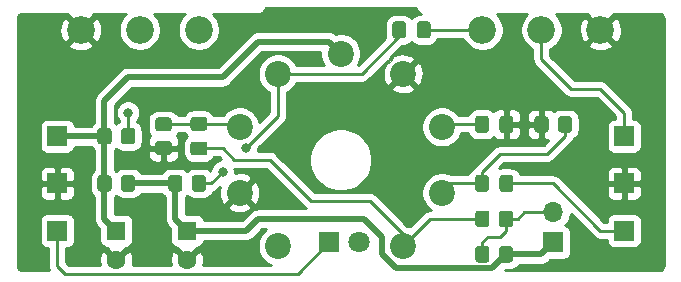
<source format=gbr>
%TF.GenerationSoftware,KiCad,Pcbnew,5.1.9-73d0e3b20d~88~ubuntu20.04.1*%
%TF.CreationDate,2021-05-23T20:46:25+02:00*%
%TF.ProjectId,ValveLord,56616c76-654c-46f7-9264-2e6b69636164,rev?*%
%TF.SameCoordinates,Original*%
%TF.FileFunction,Copper,L1,Top*%
%TF.FilePolarity,Positive*%
%FSLAX46Y46*%
G04 Gerber Fmt 4.6, Leading zero omitted, Abs format (unit mm)*
G04 Created by KiCad (PCBNEW 5.1.9-73d0e3b20d~88~ubuntu20.04.1) date 2021-05-23 20:46:25*
%MOMM*%
%LPD*%
G01*
G04 APERTURE LIST*
%TA.AperFunction,ComponentPad*%
%ADD10C,2.340000*%
%TD*%
%TA.AperFunction,ComponentPad*%
%ADD11C,2.200000*%
%TD*%
%TA.AperFunction,ComponentPad*%
%ADD12O,1.700000X1.700000*%
%TD*%
%TA.AperFunction,ComponentPad*%
%ADD13R,1.700000X1.700000*%
%TD*%
%TA.AperFunction,ComponentPad*%
%ADD14C,1.800000*%
%TD*%
%TA.AperFunction,ComponentPad*%
%ADD15R,1.800000X1.800000*%
%TD*%
%TA.AperFunction,ComponentPad*%
%ADD16C,1.600000*%
%TD*%
%TA.AperFunction,ComponentPad*%
%ADD17R,1.600000X1.600000*%
%TD*%
%TA.AperFunction,ViaPad*%
%ADD18C,0.800000*%
%TD*%
%TA.AperFunction,Conductor*%
%ADD19C,0.250000*%
%TD*%
%TA.AperFunction,Conductor*%
%ADD20C,0.500000*%
%TD*%
%TA.AperFunction,Conductor*%
%ADD21C,0.254000*%
%TD*%
%TA.AperFunction,Conductor*%
%ADD22C,0.100000*%
%TD*%
G04 APERTURE END LIST*
D10*
%TO.P,RV2,1*%
%TO.N,GND*%
X227000000Y-102000000D03*
%TO.P,RV2,2*%
%TO.N,/Vout*%
X222000000Y-102000000D03*
%TO.P,RV2,3*%
%TO.N,Net-(C4-Pad1)*%
X217000000Y-102000000D03*
%TD*%
%TO.P,RV1,1*%
%TO.N,Net-(RV1-Pad1)*%
X193000000Y-102000000D03*
%TO.P,RV1,2*%
%TO.N,Net-(C6-Pad2)*%
X188000000Y-102000000D03*
%TO.P,RV1,3*%
%TO.N,GND*%
X183000000Y-102000000D03*
%TD*%
D11*
%TO.P,U1,9*%
%TO.N,Net-(U1-Pad9)*%
X199710000Y-120280000D03*
%TO.P,U1,8*%
%TO.N,GND*%
X196440000Y-115780000D03*
%TO.P,U1,7*%
%TO.N,Net-(C3-Pad1)*%
X196440000Y-110220000D03*
%TO.P,U1,6*%
%TO.N,Net-(C4-Pad2)*%
X199710000Y-105720000D03*
%TO.P,U1,5*%
%TO.N,VCC*%
X205000000Y-104000000D03*
%TO.P,U1,4*%
%TO.N,GND*%
X210290000Y-105720000D03*
%TO.P,U1,3*%
%TO.N,Net-(C6-Pad2)*%
X213560000Y-110220000D03*
%TO.P,U1,2*%
%TO.N,Net-(C1-Pad1)*%
X213560000Y-115780000D03*
%TO.P,U1,1*%
%TO.N,Net-(C3-Pad2)*%
X210290000Y-120280000D03*
%TD*%
D12*
%TO.P,J7,2*%
%TO.N,Net-(J7-Pad2)*%
X223000000Y-117460000D03*
D13*
%TO.P,J7,1*%
%TO.N,VDD*%
X223000000Y-120000000D03*
%TD*%
%TO.P,R4,2*%
%TO.N,Net-(C4-Pad2)*%
%TA.AperFunction,SMDPad,CuDef*%
G36*
G01*
X192400000Y-115450001D02*
X192400000Y-114549999D01*
G75*
G02*
X192649999Y-114300000I249999J0D01*
G01*
X193350001Y-114300000D01*
G75*
G02*
X193600000Y-114549999I0J-249999D01*
G01*
X193600000Y-115450001D01*
G75*
G02*
X193350001Y-115700000I-249999J0D01*
G01*
X192649999Y-115700000D01*
G75*
G02*
X192400000Y-115450001I0J249999D01*
G01*
G37*
%TD.AperFunction*%
%TO.P,R4,1*%
%TO.N,VDD*%
%TA.AperFunction,SMDPad,CuDef*%
G36*
G01*
X190400000Y-115450001D02*
X190400000Y-114549999D01*
G75*
G02*
X190649999Y-114300000I249999J0D01*
G01*
X191350001Y-114300000D01*
G75*
G02*
X191600000Y-114549999I0J-249999D01*
G01*
X191600000Y-115450001D01*
G75*
G02*
X191350001Y-115700000I-249999J0D01*
G01*
X190649999Y-115700000D01*
G75*
G02*
X190400000Y-115450001I0J249999D01*
G01*
G37*
%TD.AperFunction*%
%TD*%
%TO.P,R3,2*%
%TO.N,GND*%
%TA.AperFunction,SMDPad,CuDef*%
G36*
G01*
X189549999Y-111400000D02*
X190450001Y-111400000D01*
G75*
G02*
X190700000Y-111649999I0J-249999D01*
G01*
X190700000Y-112350001D01*
G75*
G02*
X190450001Y-112600000I-249999J0D01*
G01*
X189549999Y-112600000D01*
G75*
G02*
X189300000Y-112350001I0J249999D01*
G01*
X189300000Y-111649999D01*
G75*
G02*
X189549999Y-111400000I249999J0D01*
G01*
G37*
%TD.AperFunction*%
%TO.P,R3,1*%
%TO.N,Net-(C3-Pad1)*%
%TA.AperFunction,SMDPad,CuDef*%
G36*
G01*
X189549999Y-109400000D02*
X190450001Y-109400000D01*
G75*
G02*
X190700000Y-109649999I0J-249999D01*
G01*
X190700000Y-110350001D01*
G75*
G02*
X190450001Y-110600000I-249999J0D01*
G01*
X189549999Y-110600000D01*
G75*
G02*
X189300000Y-110350001I0J249999D01*
G01*
X189300000Y-109649999D01*
G75*
G02*
X189549999Y-109400000I249999J0D01*
G01*
G37*
%TD.AperFunction*%
%TD*%
%TO.P,R2,2*%
%TO.N,Net-(J7-Pad2)*%
%TA.AperFunction,SMDPad,CuDef*%
G36*
G01*
X217600000Y-120549999D02*
X217600000Y-121450001D01*
G75*
G02*
X217350001Y-121700000I-249999J0D01*
G01*
X216649999Y-121700000D01*
G75*
G02*
X216400000Y-121450001I0J249999D01*
G01*
X216400000Y-120549999D01*
G75*
G02*
X216649999Y-120300000I249999J0D01*
G01*
X217350001Y-120300000D01*
G75*
G02*
X217600000Y-120549999I0J-249999D01*
G01*
G37*
%TD.AperFunction*%
%TO.P,R2,1*%
%TO.N,VDD*%
%TA.AperFunction,SMDPad,CuDef*%
G36*
G01*
X219600000Y-120549999D02*
X219600000Y-121450001D01*
G75*
G02*
X219350001Y-121700000I-249999J0D01*
G01*
X218649999Y-121700000D01*
G75*
G02*
X218400000Y-121450001I0J249999D01*
G01*
X218400000Y-120549999D01*
G75*
G02*
X218649999Y-120300000I249999J0D01*
G01*
X219350001Y-120300000D01*
G75*
G02*
X219600000Y-120549999I0J-249999D01*
G01*
G37*
%TD.AperFunction*%
%TD*%
%TO.P,R1,2*%
%TO.N,GND*%
%TA.AperFunction,SMDPad,CuDef*%
G36*
G01*
X222600000Y-109549999D02*
X222600000Y-110450001D01*
G75*
G02*
X222350001Y-110700000I-249999J0D01*
G01*
X221649999Y-110700000D01*
G75*
G02*
X221400000Y-110450001I0J249999D01*
G01*
X221400000Y-109549999D01*
G75*
G02*
X221649999Y-109300000I249999J0D01*
G01*
X222350001Y-109300000D01*
G75*
G02*
X222600000Y-109549999I0J-249999D01*
G01*
G37*
%TD.AperFunction*%
%TO.P,R1,1*%
%TO.N,Net-(C1-Pad1)*%
%TA.AperFunction,SMDPad,CuDef*%
G36*
G01*
X224600000Y-109549999D02*
X224600000Y-110450001D01*
G75*
G02*
X224350001Y-110700000I-249999J0D01*
G01*
X223649999Y-110700000D01*
G75*
G02*
X223400000Y-110450001I0J249999D01*
G01*
X223400000Y-109549999D01*
G75*
G02*
X223649999Y-109300000I249999J0D01*
G01*
X224350001Y-109300000D01*
G75*
G02*
X224600000Y-109549999I0J-249999D01*
G01*
G37*
%TD.AperFunction*%
%TD*%
%TO.P,C4,2*%
%TO.N,Net-(C4-Pad2)*%
%TA.AperFunction,SMDPad,CuDef*%
G36*
G01*
X210550000Y-101525000D02*
X210550000Y-102475000D01*
G75*
G02*
X210300000Y-102725000I-250000J0D01*
G01*
X209625000Y-102725000D01*
G75*
G02*
X209375000Y-102475000I0J250000D01*
G01*
X209375000Y-101525000D01*
G75*
G02*
X209625000Y-101275000I250000J0D01*
G01*
X210300000Y-101275000D01*
G75*
G02*
X210550000Y-101525000I0J-250000D01*
G01*
G37*
%TD.AperFunction*%
%TO.P,C4,1*%
%TO.N,Net-(C4-Pad1)*%
%TA.AperFunction,SMDPad,CuDef*%
G36*
G01*
X212625000Y-101525000D02*
X212625000Y-102475000D01*
G75*
G02*
X212375000Y-102725000I-250000J0D01*
G01*
X211700000Y-102725000D01*
G75*
G02*
X211450000Y-102475000I0J250000D01*
G01*
X211450000Y-101525000D01*
G75*
G02*
X211700000Y-101275000I250000J0D01*
G01*
X212375000Y-101275000D01*
G75*
G02*
X212625000Y-101525000I0J-250000D01*
G01*
G37*
%TD.AperFunction*%
%TD*%
%TO.P,C3,2*%
%TO.N,Net-(C3-Pad2)*%
%TA.AperFunction,SMDPad,CuDef*%
G36*
G01*
X192525000Y-111450000D02*
X193475000Y-111450000D01*
G75*
G02*
X193725000Y-111700000I0J-250000D01*
G01*
X193725000Y-112375000D01*
G75*
G02*
X193475000Y-112625000I-250000J0D01*
G01*
X192525000Y-112625000D01*
G75*
G02*
X192275000Y-112375000I0J250000D01*
G01*
X192275000Y-111700000D01*
G75*
G02*
X192525000Y-111450000I250000J0D01*
G01*
G37*
%TD.AperFunction*%
%TO.P,C3,1*%
%TO.N,Net-(C3-Pad1)*%
%TA.AperFunction,SMDPad,CuDef*%
G36*
G01*
X192525000Y-109375000D02*
X193475000Y-109375000D01*
G75*
G02*
X193725000Y-109625000I0J-250000D01*
G01*
X193725000Y-110300000D01*
G75*
G02*
X193475000Y-110550000I-250000J0D01*
G01*
X192525000Y-110550000D01*
G75*
G02*
X192275000Y-110300000I0J250000D01*
G01*
X192275000Y-109625000D01*
G75*
G02*
X192525000Y-109375000I250000J0D01*
G01*
G37*
%TD.AperFunction*%
%TD*%
%TO.P,C1,2*%
%TO.N,/Vin*%
%TA.AperFunction,SMDPad,CuDef*%
G36*
G01*
X218450000Y-115475000D02*
X218450000Y-114525000D01*
G75*
G02*
X218700000Y-114275000I250000J0D01*
G01*
X219375000Y-114275000D01*
G75*
G02*
X219625000Y-114525000I0J-250000D01*
G01*
X219625000Y-115475000D01*
G75*
G02*
X219375000Y-115725000I-250000J0D01*
G01*
X218700000Y-115725000D01*
G75*
G02*
X218450000Y-115475000I0J250000D01*
G01*
G37*
%TD.AperFunction*%
%TO.P,C1,1*%
%TO.N,Net-(C1-Pad1)*%
%TA.AperFunction,SMDPad,CuDef*%
G36*
G01*
X216375000Y-115475000D02*
X216375000Y-114525000D01*
G75*
G02*
X216625000Y-114275000I250000J0D01*
G01*
X217300000Y-114275000D01*
G75*
G02*
X217550000Y-114525000I0J-250000D01*
G01*
X217550000Y-115475000D01*
G75*
G02*
X217300000Y-115725000I-250000J0D01*
G01*
X216625000Y-115725000D01*
G75*
G02*
X216375000Y-115475000I0J250000D01*
G01*
G37*
%TD.AperFunction*%
%TD*%
%TO.P,R7,2*%
%TO.N,Net-(C3-Pad2)*%
%TA.AperFunction,SMDPad,CuDef*%
G36*
G01*
X217600000Y-117549999D02*
X217600000Y-118450001D01*
G75*
G02*
X217350001Y-118700000I-249999J0D01*
G01*
X216649999Y-118700000D01*
G75*
G02*
X216400000Y-118450001I0J249999D01*
G01*
X216400000Y-117549999D01*
G75*
G02*
X216649999Y-117300000I249999J0D01*
G01*
X217350001Y-117300000D01*
G75*
G02*
X217600000Y-117549999I0J-249999D01*
G01*
G37*
%TD.AperFunction*%
%TO.P,R7,1*%
%TO.N,Net-(J7-Pad2)*%
%TA.AperFunction,SMDPad,CuDef*%
G36*
G01*
X219600000Y-117549999D02*
X219600000Y-118450001D01*
G75*
G02*
X219350001Y-118700000I-249999J0D01*
G01*
X218649999Y-118700000D01*
G75*
G02*
X218400000Y-118450001I0J249999D01*
G01*
X218400000Y-117549999D01*
G75*
G02*
X218649999Y-117300000I249999J0D01*
G01*
X219350001Y-117300000D01*
G75*
G02*
X219600000Y-117549999I0J-249999D01*
G01*
G37*
%TD.AperFunction*%
%TD*%
%TO.P,R6,2*%
%TO.N,Net-(D1-Pad2)*%
%TA.AperFunction,SMDPad,CuDef*%
G36*
G01*
X186400000Y-111450001D02*
X186400000Y-110549999D01*
G75*
G02*
X186649999Y-110300000I249999J0D01*
G01*
X187350001Y-110300000D01*
G75*
G02*
X187600000Y-110549999I0J-249999D01*
G01*
X187600000Y-111450001D01*
G75*
G02*
X187350001Y-111700000I-249999J0D01*
G01*
X186649999Y-111700000D01*
G75*
G02*
X186400000Y-111450001I0J249999D01*
G01*
G37*
%TD.AperFunction*%
%TO.P,R6,1*%
%TO.N,VCC*%
%TA.AperFunction,SMDPad,CuDef*%
G36*
G01*
X184400000Y-111450001D02*
X184400000Y-110549999D01*
G75*
G02*
X184649999Y-110300000I249999J0D01*
G01*
X185350001Y-110300000D01*
G75*
G02*
X185600000Y-110549999I0J-249999D01*
G01*
X185600000Y-111450001D01*
G75*
G02*
X185350001Y-111700000I-249999J0D01*
G01*
X184649999Y-111700000D01*
G75*
G02*
X184400000Y-111450001I0J249999D01*
G01*
G37*
%TD.AperFunction*%
%TD*%
%TO.P,R5,2*%
%TO.N,VCC*%
%TA.AperFunction,SMDPad,CuDef*%
G36*
G01*
X185600000Y-114549999D02*
X185600000Y-115450001D01*
G75*
G02*
X185350001Y-115700000I-249999J0D01*
G01*
X184649999Y-115700000D01*
G75*
G02*
X184400000Y-115450001I0J249999D01*
G01*
X184400000Y-114549999D01*
G75*
G02*
X184649999Y-114300000I249999J0D01*
G01*
X185350001Y-114300000D01*
G75*
G02*
X185600000Y-114549999I0J-249999D01*
G01*
G37*
%TD.AperFunction*%
%TO.P,R5,1*%
%TO.N,VDD*%
%TA.AperFunction,SMDPad,CuDef*%
G36*
G01*
X187600000Y-114549999D02*
X187600000Y-115450001D01*
G75*
G02*
X187350001Y-115700000I-249999J0D01*
G01*
X186649999Y-115700000D01*
G75*
G02*
X186400000Y-115450001I0J249999D01*
G01*
X186400000Y-114549999D01*
G75*
G02*
X186649999Y-114300000I249999J0D01*
G01*
X187350001Y-114300000D01*
G75*
G02*
X187600000Y-114549999I0J-249999D01*
G01*
G37*
%TD.AperFunction*%
%TD*%
%TO.P,J6,1*%
%TO.N,Net-(D1-Pad1)*%
X181000000Y-119000000D03*
%TD*%
D14*
%TO.P,D1,2*%
%TO.N,Net-(D1-Pad2)*%
X206540000Y-120000000D03*
D15*
%TO.P,D1,1*%
%TO.N,Net-(D1-Pad1)*%
X204000000Y-120000000D03*
%TD*%
%TO.P,C6,2*%
%TO.N,Net-(C6-Pad2)*%
%TA.AperFunction,SMDPad,CuDef*%
G36*
G01*
X217550000Y-109525000D02*
X217550000Y-110475000D01*
G75*
G02*
X217300000Y-110725000I-250000J0D01*
G01*
X216625000Y-110725000D01*
G75*
G02*
X216375000Y-110475000I0J250000D01*
G01*
X216375000Y-109525000D01*
G75*
G02*
X216625000Y-109275000I250000J0D01*
G01*
X217300000Y-109275000D01*
G75*
G02*
X217550000Y-109525000I0J-250000D01*
G01*
G37*
%TD.AperFunction*%
%TO.P,C6,1*%
%TO.N,GND*%
%TA.AperFunction,SMDPad,CuDef*%
G36*
G01*
X219625000Y-109525000D02*
X219625000Y-110475000D01*
G75*
G02*
X219375000Y-110725000I-250000J0D01*
G01*
X218700000Y-110725000D01*
G75*
G02*
X218450000Y-110475000I0J250000D01*
G01*
X218450000Y-109525000D01*
G75*
G02*
X218700000Y-109275000I250000J0D01*
G01*
X219375000Y-109275000D01*
G75*
G02*
X219625000Y-109525000I0J-250000D01*
G01*
G37*
%TD.AperFunction*%
%TD*%
D16*
%TO.P,C5,2*%
%TO.N,GND*%
X192000000Y-121500000D03*
D17*
%TO.P,C5,1*%
%TO.N,VDD*%
X192000000Y-119000000D03*
%TD*%
D13*
%TO.P,J5,1*%
%TO.N,GND*%
X229000000Y-115000000D03*
%TD*%
%TO.P,J3,1*%
%TO.N,/Vin*%
X229000000Y-119000000D03*
%TD*%
%TO.P,J1,1*%
%TO.N,VCC*%
X181000000Y-111000000D03*
%TD*%
%TO.P,J2,1*%
%TO.N,GND*%
X181000000Y-115000000D03*
%TD*%
%TO.P,J4,1*%
%TO.N,/Vout*%
X229000000Y-111000000D03*
%TD*%
D16*
%TO.P,C2,2*%
%TO.N,GND*%
X186000000Y-121500000D03*
D17*
%TO.P,C2,1*%
%TO.N,VCC*%
X186000000Y-119000000D03*
%TD*%
D18*
%TO.N,Net-(C4-Pad2)*%
X195000000Y-114000000D03*
X197000000Y-112000000D03*
%TO.N,GND*%
X187000000Y-113000000D03*
%TO.N,Net-(D1-Pad2)*%
X187000000Y-109000000D03*
%TD*%
D19*
%TO.N,/Vin*%
X229000000Y-119000000D02*
X227000000Y-119000000D01*
X223000000Y-115000000D02*
X219037500Y-115000000D01*
X227000000Y-119000000D02*
X223000000Y-115000000D01*
%TO.N,Net-(C1-Pad1)*%
X214340000Y-115000000D02*
X213560000Y-115780000D01*
X216962500Y-115000000D02*
X214340000Y-115000000D01*
X222500000Y-112500000D02*
X224000000Y-111000000D01*
X218500000Y-112500000D02*
X222500000Y-112500000D01*
X216962500Y-114037500D02*
X218500000Y-112500000D01*
X224000000Y-111000000D02*
X224000000Y-110000000D01*
X216962500Y-115000000D02*
X216962500Y-114037500D01*
D20*
%TO.N,VCC*%
X181000000Y-111000000D02*
X185000000Y-111000000D01*
X185000000Y-111000000D02*
X185000000Y-115000000D01*
X204000000Y-103000000D02*
X205000000Y-104000000D01*
X198000000Y-103000000D02*
X204000000Y-103000000D01*
X195000000Y-106000000D02*
X198000000Y-103000000D01*
X187000000Y-106000000D02*
X195000000Y-106000000D01*
X185000000Y-108000000D02*
X187000000Y-106000000D01*
X185000000Y-111000000D02*
X185000000Y-108000000D01*
X185000000Y-118000000D02*
X186000000Y-119000000D01*
X185000000Y-115000000D02*
X185000000Y-118000000D01*
D19*
%TO.N,Net-(C3-Pad2)*%
X212570000Y-118000000D02*
X210290000Y-120280000D01*
X217000000Y-118000000D02*
X212570000Y-118000000D01*
X193000000Y-112037500D02*
X195037500Y-112037500D01*
X195037500Y-112037500D02*
X196000000Y-113000000D01*
X196000000Y-113000000D02*
X199000000Y-113000000D01*
X199000000Y-113000000D02*
X202500000Y-116500000D01*
X202500000Y-116500000D02*
X207500000Y-116500000D01*
X210290000Y-119290000D02*
X210290000Y-120280000D01*
X207500000Y-116500000D02*
X210290000Y-119290000D01*
%TO.N,Net-(C3-Pad1)*%
X192962500Y-110000000D02*
X193000000Y-109962500D01*
X190000000Y-110000000D02*
X192962500Y-110000000D01*
X196182500Y-109962500D02*
X196440000Y-110220000D01*
X193000000Y-109962500D02*
X196182500Y-109962500D01*
%TO.N,Net-(C4-Pad2)*%
X209962500Y-102000000D02*
X209962500Y-102537500D01*
X206780000Y-105720000D02*
X199710000Y-105720000D01*
X209962500Y-102537500D02*
X206780000Y-105720000D01*
X194000000Y-115000000D02*
X195000000Y-114000000D01*
X193000000Y-115000000D02*
X194000000Y-115000000D01*
X199710000Y-109290000D02*
X199710000Y-105720000D01*
X197000000Y-112000000D02*
X199710000Y-109290000D01*
%TO.N,Net-(C4-Pad1)*%
X217000000Y-102000000D02*
X212037500Y-102000000D01*
%TO.N,/Vout*%
X229000000Y-109000000D02*
X229000000Y-111000000D01*
X224500000Y-107000000D02*
X227000000Y-107000000D01*
X227000000Y-107000000D02*
X229000000Y-109000000D01*
X222000000Y-104500000D02*
X224500000Y-107000000D01*
X222000000Y-102000000D02*
X222000000Y-104500000D01*
D20*
%TO.N,VDD*%
X187000000Y-115000000D02*
X191000000Y-115000000D01*
X191000000Y-118000000D02*
X192000000Y-119000000D01*
X191000000Y-115000000D02*
X191000000Y-118000000D01*
X217849990Y-122150010D02*
X219000000Y-121000000D01*
X209650010Y-122150010D02*
X217849990Y-122150010D01*
X208500000Y-119500000D02*
X208500000Y-121000000D01*
X207000000Y-118000000D02*
X208500000Y-119500000D01*
X198000000Y-118000000D02*
X207000000Y-118000000D01*
X208500000Y-121000000D02*
X209650010Y-122150010D01*
X197000000Y-119000000D02*
X198000000Y-118000000D01*
X192000000Y-119000000D02*
X197000000Y-119000000D01*
X222000000Y-121000000D02*
X223000000Y-120000000D01*
X219000000Y-121000000D02*
X222000000Y-121000000D01*
D19*
%TO.N,Net-(C6-Pad2)*%
X213780000Y-110000000D02*
X213560000Y-110220000D01*
X216962500Y-110000000D02*
X213780000Y-110000000D01*
%TO.N,Net-(D1-Pad2)*%
X187000000Y-111000000D02*
X187000000Y-109000000D01*
%TO.N,Net-(D1-Pad1)*%
X201350010Y-122649990D02*
X204000000Y-120000000D01*
X181649990Y-122649990D02*
X201350010Y-122649990D01*
X181000000Y-122000000D02*
X181649990Y-122649990D01*
X181000000Y-119000000D02*
X181000000Y-122000000D01*
%TO.N,Net-(J7-Pad2)*%
X219000000Y-119000000D02*
X219000000Y-118000000D01*
X218500000Y-119500000D02*
X219000000Y-119000000D01*
X217500000Y-119500000D02*
X218500000Y-119500000D01*
X217000000Y-120000000D02*
X217500000Y-119500000D01*
X217000000Y-121000000D02*
X217000000Y-120000000D01*
X219000000Y-118000000D02*
X220000000Y-118000000D01*
X220540000Y-117460000D02*
X223000000Y-117460000D01*
X220000000Y-118000000D02*
X220540000Y-117460000D01*
%TD*%
D21*
%TO.N,GND*%
X211349550Y-100129383D02*
X211387290Y-100253793D01*
X211448575Y-100368450D01*
X211531052Y-100468948D01*
X211631550Y-100551425D01*
X211746207Y-100612710D01*
X211826042Y-100636928D01*
X211700000Y-100636928D01*
X211526746Y-100653992D01*
X211360150Y-100704528D01*
X211206614Y-100786595D01*
X211072038Y-100897038D01*
X211000000Y-100984817D01*
X210927962Y-100897038D01*
X210793386Y-100786595D01*
X210639850Y-100704528D01*
X210473254Y-100653992D01*
X210300000Y-100636928D01*
X209625000Y-100636928D01*
X209451746Y-100653992D01*
X209285150Y-100704528D01*
X209131614Y-100786595D01*
X208997038Y-100897038D01*
X208886595Y-101031614D01*
X208804528Y-101185150D01*
X208753992Y-101351746D01*
X208736928Y-101525000D01*
X208736928Y-102475000D01*
X208753992Y-102648254D01*
X208759334Y-102665864D01*
X206465199Y-104960000D01*
X206445216Y-104960000D01*
X206537537Y-104821831D01*
X206668325Y-104506081D01*
X206735000Y-104170883D01*
X206735000Y-103829117D01*
X206668325Y-103493919D01*
X206537537Y-103178169D01*
X206347663Y-102894002D01*
X206105998Y-102652337D01*
X205821831Y-102462463D01*
X205506081Y-102331675D01*
X205170883Y-102265000D01*
X204829117Y-102265000D01*
X204563751Y-102317784D01*
X204494059Y-102260589D01*
X204340313Y-102178411D01*
X204173490Y-102127805D01*
X204043477Y-102115000D01*
X204043469Y-102115000D01*
X204000000Y-102110719D01*
X203956531Y-102115000D01*
X198043469Y-102115000D01*
X198000000Y-102110719D01*
X197956531Y-102115000D01*
X197956523Y-102115000D01*
X197826510Y-102127805D01*
X197659686Y-102178411D01*
X197505941Y-102260589D01*
X197404953Y-102343468D01*
X197404951Y-102343470D01*
X197371183Y-102371183D01*
X197343470Y-102404951D01*
X194633422Y-105115000D01*
X187043465Y-105115000D01*
X186999999Y-105110719D01*
X186956533Y-105115000D01*
X186956523Y-105115000D01*
X186826510Y-105127805D01*
X186659687Y-105178411D01*
X186505941Y-105260589D01*
X186505939Y-105260590D01*
X186505940Y-105260590D01*
X186404953Y-105343468D01*
X186404951Y-105343470D01*
X186371183Y-105371183D01*
X186343470Y-105404951D01*
X184404951Y-107343471D01*
X184371184Y-107371183D01*
X184343471Y-107404951D01*
X184343468Y-107404954D01*
X184260590Y-107505941D01*
X184178412Y-107659687D01*
X184127805Y-107826510D01*
X184110719Y-108000000D01*
X184115001Y-108043479D01*
X184115000Y-109845746D01*
X184022038Y-109922038D01*
X183911595Y-110056613D01*
X183880386Y-110115000D01*
X182484625Y-110115000D01*
X182475812Y-110025518D01*
X182439502Y-109905820D01*
X182380537Y-109795506D01*
X182301185Y-109698815D01*
X182204494Y-109619463D01*
X182094180Y-109560498D01*
X181974482Y-109524188D01*
X181850000Y-109511928D01*
X180150000Y-109511928D01*
X180025518Y-109524188D01*
X179905820Y-109560498D01*
X179795506Y-109619463D01*
X179698815Y-109698815D01*
X179619463Y-109795506D01*
X179560498Y-109905820D01*
X179524188Y-110025518D01*
X179511928Y-110150000D01*
X179511928Y-111850000D01*
X179524188Y-111974482D01*
X179560498Y-112094180D01*
X179619463Y-112204494D01*
X179698815Y-112301185D01*
X179795506Y-112380537D01*
X179905820Y-112439502D01*
X180025518Y-112475812D01*
X180150000Y-112488072D01*
X181850000Y-112488072D01*
X181974482Y-112475812D01*
X182094180Y-112439502D01*
X182204494Y-112380537D01*
X182301185Y-112301185D01*
X182380537Y-112204494D01*
X182439502Y-112094180D01*
X182475812Y-111974482D01*
X182484625Y-111885000D01*
X183880386Y-111885000D01*
X183911595Y-111943387D01*
X184022038Y-112077962D01*
X184115000Y-112154254D01*
X184115001Y-113845745D01*
X184022038Y-113922038D01*
X183911595Y-114056613D01*
X183829528Y-114210149D01*
X183778992Y-114376745D01*
X183761928Y-114549999D01*
X183761928Y-115450001D01*
X183778992Y-115623255D01*
X183829528Y-115789851D01*
X183911595Y-115943387D01*
X184022038Y-116077962D01*
X184115000Y-116154254D01*
X184115001Y-117956521D01*
X184110719Y-118000000D01*
X184127805Y-118173490D01*
X184178412Y-118340313D01*
X184260590Y-118494059D01*
X184343468Y-118595046D01*
X184343469Y-118595047D01*
X184371184Y-118628817D01*
X184404951Y-118656529D01*
X184561928Y-118813506D01*
X184561928Y-119800000D01*
X184574188Y-119924482D01*
X184610498Y-120044180D01*
X184669463Y-120154494D01*
X184748815Y-120251185D01*
X184845506Y-120330537D01*
X184955820Y-120389502D01*
X185075518Y-120425812D01*
X185200000Y-120438072D01*
X185207215Y-120438072D01*
X185186903Y-120507298D01*
X186000000Y-121320395D01*
X186813097Y-120507298D01*
X186792785Y-120438072D01*
X186800000Y-120438072D01*
X186924482Y-120425812D01*
X187044180Y-120389502D01*
X187154494Y-120330537D01*
X187251185Y-120251185D01*
X187330537Y-120154494D01*
X187389502Y-120044180D01*
X187425812Y-119924482D01*
X187438072Y-119800000D01*
X187438072Y-118200000D01*
X187425812Y-118075518D01*
X187389502Y-117955820D01*
X187330537Y-117845506D01*
X187251185Y-117748815D01*
X187154494Y-117669463D01*
X187044180Y-117610498D01*
X186924482Y-117574188D01*
X186800000Y-117561928D01*
X185885000Y-117561928D01*
X185885000Y-116154254D01*
X185977962Y-116077962D01*
X186000000Y-116051109D01*
X186022038Y-116077962D01*
X186156613Y-116188405D01*
X186310149Y-116270472D01*
X186476745Y-116321008D01*
X186649999Y-116338072D01*
X187350001Y-116338072D01*
X187523255Y-116321008D01*
X187689851Y-116270472D01*
X187843387Y-116188405D01*
X187977962Y-116077962D01*
X188088405Y-115943387D01*
X188119614Y-115885000D01*
X189880386Y-115885000D01*
X189911595Y-115943387D01*
X190022038Y-116077962D01*
X190115000Y-116154254D01*
X190115001Y-117956521D01*
X190110719Y-118000000D01*
X190127805Y-118173490D01*
X190178412Y-118340313D01*
X190260590Y-118494059D01*
X190343468Y-118595046D01*
X190343469Y-118595047D01*
X190371184Y-118628817D01*
X190404951Y-118656529D01*
X190561928Y-118813506D01*
X190561928Y-119800000D01*
X190574188Y-119924482D01*
X190610498Y-120044180D01*
X190669463Y-120154494D01*
X190748815Y-120251185D01*
X190845506Y-120330537D01*
X190955820Y-120389502D01*
X191075518Y-120425812D01*
X191200000Y-120438072D01*
X191207215Y-120438072D01*
X191186903Y-120507298D01*
X192000000Y-121320395D01*
X192813097Y-120507298D01*
X192792785Y-120438072D01*
X192800000Y-120438072D01*
X192924482Y-120425812D01*
X193044180Y-120389502D01*
X193154494Y-120330537D01*
X193251185Y-120251185D01*
X193330537Y-120154494D01*
X193389502Y-120044180D01*
X193425812Y-119924482D01*
X193429701Y-119885000D01*
X196956531Y-119885000D01*
X197000000Y-119889281D01*
X197043469Y-119885000D01*
X197043477Y-119885000D01*
X197173490Y-119872195D01*
X197340313Y-119821589D01*
X197494059Y-119739411D01*
X197628817Y-119628817D01*
X197656534Y-119595044D01*
X198366579Y-118885000D01*
X198674847Y-118885000D01*
X198604002Y-118932337D01*
X198362337Y-119174002D01*
X198172463Y-119458169D01*
X198041675Y-119773919D01*
X197975000Y-120109117D01*
X197975000Y-120450883D01*
X198041675Y-120786081D01*
X198172463Y-121101831D01*
X198362337Y-121385998D01*
X198604002Y-121627663D01*
X198888169Y-121817537D01*
X199063086Y-121889990D01*
X193381638Y-121889990D01*
X193426300Y-121711816D01*
X193440217Y-121429488D01*
X193398787Y-121149870D01*
X193303603Y-120883708D01*
X193236671Y-120758486D01*
X192992702Y-120686903D01*
X192179605Y-121500000D01*
X192193748Y-121514143D01*
X192014143Y-121693748D01*
X192000000Y-121679605D01*
X191985858Y-121693748D01*
X191806253Y-121514143D01*
X191820395Y-121500000D01*
X191007298Y-120686903D01*
X190763329Y-120758486D01*
X190642429Y-121013996D01*
X190573700Y-121288184D01*
X190559783Y-121570512D01*
X190601213Y-121850130D01*
X190615468Y-121889990D01*
X187381638Y-121889990D01*
X187426300Y-121711816D01*
X187440217Y-121429488D01*
X187398787Y-121149870D01*
X187303603Y-120883708D01*
X187236671Y-120758486D01*
X186992702Y-120686903D01*
X186179605Y-121500000D01*
X186193748Y-121514143D01*
X186014143Y-121693748D01*
X186000000Y-121679605D01*
X185985858Y-121693748D01*
X185806253Y-121514143D01*
X185820395Y-121500000D01*
X185007298Y-120686903D01*
X184763329Y-120758486D01*
X184642429Y-121013996D01*
X184573700Y-121288184D01*
X184559783Y-121570512D01*
X184601213Y-121850130D01*
X184615468Y-121889990D01*
X181964792Y-121889990D01*
X181760000Y-121685199D01*
X181760000Y-120488072D01*
X181850000Y-120488072D01*
X181974482Y-120475812D01*
X182094180Y-120439502D01*
X182204494Y-120380537D01*
X182301185Y-120301185D01*
X182380537Y-120204494D01*
X182439502Y-120094180D01*
X182475812Y-119974482D01*
X182488072Y-119850000D01*
X182488072Y-118150000D01*
X182475812Y-118025518D01*
X182439502Y-117905820D01*
X182380537Y-117795506D01*
X182301185Y-117698815D01*
X182204494Y-117619463D01*
X182094180Y-117560498D01*
X181974482Y-117524188D01*
X181850000Y-117511928D01*
X180150000Y-117511928D01*
X180025518Y-117524188D01*
X179905820Y-117560498D01*
X179795506Y-117619463D01*
X179698815Y-117698815D01*
X179619463Y-117795506D01*
X179560498Y-117905820D01*
X179524188Y-118025518D01*
X179511928Y-118150000D01*
X179511928Y-119850000D01*
X179524188Y-119974482D01*
X179560498Y-120094180D01*
X179619463Y-120204494D01*
X179698815Y-120301185D01*
X179795506Y-120380537D01*
X179905820Y-120439502D01*
X180025518Y-120475812D01*
X180150000Y-120488072D01*
X180240000Y-120488072D01*
X180240001Y-121962668D01*
X180236324Y-122000000D01*
X180240001Y-122037333D01*
X180250998Y-122148986D01*
X180259214Y-122176071D01*
X180294454Y-122292246D01*
X180319979Y-122340000D01*
X178032279Y-122340000D01*
X177934576Y-122330420D01*
X177871643Y-122311420D01*
X177813594Y-122280554D01*
X177762657Y-122239011D01*
X177720752Y-122188356D01*
X177689485Y-122130529D01*
X177670044Y-122067728D01*
X177660000Y-121972165D01*
X177660000Y-115850000D01*
X179511928Y-115850000D01*
X179524188Y-115974482D01*
X179560498Y-116094180D01*
X179619463Y-116204494D01*
X179698815Y-116301185D01*
X179795506Y-116380537D01*
X179905820Y-116439502D01*
X180025518Y-116475812D01*
X180150000Y-116488072D01*
X180714250Y-116485000D01*
X180873000Y-116326250D01*
X180873000Y-115127000D01*
X181127000Y-115127000D01*
X181127000Y-116326250D01*
X181285750Y-116485000D01*
X181850000Y-116488072D01*
X181974482Y-116475812D01*
X182094180Y-116439502D01*
X182204494Y-116380537D01*
X182301185Y-116301185D01*
X182380537Y-116204494D01*
X182439502Y-116094180D01*
X182475812Y-115974482D01*
X182488072Y-115850000D01*
X182485000Y-115285750D01*
X182326250Y-115127000D01*
X181127000Y-115127000D01*
X180873000Y-115127000D01*
X179673750Y-115127000D01*
X179515000Y-115285750D01*
X179511928Y-115850000D01*
X177660000Y-115850000D01*
X177660000Y-114150000D01*
X179511928Y-114150000D01*
X179515000Y-114714250D01*
X179673750Y-114873000D01*
X180873000Y-114873000D01*
X180873000Y-113673750D01*
X181127000Y-113673750D01*
X181127000Y-114873000D01*
X182326250Y-114873000D01*
X182485000Y-114714250D01*
X182488072Y-114150000D01*
X182475812Y-114025518D01*
X182439502Y-113905820D01*
X182380537Y-113795506D01*
X182301185Y-113698815D01*
X182204494Y-113619463D01*
X182094180Y-113560498D01*
X181974482Y-113524188D01*
X181850000Y-113511928D01*
X181285750Y-113515000D01*
X181127000Y-113673750D01*
X180873000Y-113673750D01*
X180714250Y-113515000D01*
X180150000Y-113511928D01*
X180025518Y-113524188D01*
X179905820Y-113560498D01*
X179795506Y-113619463D01*
X179698815Y-113698815D01*
X179619463Y-113795506D01*
X179560498Y-113905820D01*
X179524188Y-114025518D01*
X179511928Y-114150000D01*
X177660000Y-114150000D01*
X177660000Y-103256602D01*
X181923003Y-103256602D01*
X182039275Y-103538389D01*
X182357860Y-103696257D01*
X182701122Y-103788938D01*
X183055869Y-103812873D01*
X183408470Y-103767139D01*
X183745373Y-103653495D01*
X183960725Y-103538389D01*
X184076997Y-103256602D01*
X183000000Y-102179605D01*
X181923003Y-103256602D01*
X177660000Y-103256602D01*
X177660000Y-102055869D01*
X181187127Y-102055869D01*
X181232861Y-102408470D01*
X181346505Y-102745373D01*
X181461611Y-102960725D01*
X181743398Y-103076997D01*
X182820395Y-102000000D01*
X183179605Y-102000000D01*
X184256602Y-103076997D01*
X184538389Y-102960725D01*
X184696257Y-102642140D01*
X184788938Y-102298878D01*
X184812873Y-101944131D01*
X184767139Y-101591530D01*
X184653495Y-101254627D01*
X184538389Y-101039275D01*
X184256602Y-100923003D01*
X183179605Y-102000000D01*
X182820395Y-102000000D01*
X181743398Y-100923003D01*
X181461611Y-101039275D01*
X181303743Y-101357860D01*
X181211062Y-101701122D01*
X181187127Y-102055869D01*
X177660000Y-102055869D01*
X177660000Y-101032279D01*
X177669580Y-100934576D01*
X177688580Y-100871644D01*
X177719445Y-100813595D01*
X177760989Y-100762657D01*
X177811644Y-100720752D01*
X177869471Y-100689485D01*
X177932272Y-100670044D01*
X178027835Y-100660000D01*
X181957415Y-100660000D01*
X181923003Y-100743398D01*
X183000000Y-101820395D01*
X184076997Y-100743398D01*
X184042585Y-100660000D01*
X186787344Y-100660000D01*
X186597965Y-100849379D01*
X186400429Y-101145012D01*
X186264365Y-101473501D01*
X186195000Y-101822223D01*
X186195000Y-102177777D01*
X186264365Y-102526499D01*
X186400429Y-102854988D01*
X186597965Y-103150621D01*
X186849379Y-103402035D01*
X187145012Y-103599571D01*
X187473501Y-103735635D01*
X187822223Y-103805000D01*
X188177777Y-103805000D01*
X188526499Y-103735635D01*
X188854988Y-103599571D01*
X189150621Y-103402035D01*
X189402035Y-103150621D01*
X189599571Y-102854988D01*
X189735635Y-102526499D01*
X189805000Y-102177777D01*
X189805000Y-101822223D01*
X189735635Y-101473501D01*
X189599571Y-101145012D01*
X189402035Y-100849379D01*
X189212656Y-100660000D01*
X191787344Y-100660000D01*
X191597965Y-100849379D01*
X191400429Y-101145012D01*
X191264365Y-101473501D01*
X191195000Y-101822223D01*
X191195000Y-102177777D01*
X191264365Y-102526499D01*
X191400429Y-102854988D01*
X191597965Y-103150621D01*
X191849379Y-103402035D01*
X192145012Y-103599571D01*
X192473501Y-103735635D01*
X192822223Y-103805000D01*
X193177777Y-103805000D01*
X193526499Y-103735635D01*
X193854988Y-103599571D01*
X194150621Y-103402035D01*
X194402035Y-103150621D01*
X194599571Y-102854988D01*
X194735635Y-102526499D01*
X194805000Y-102177777D01*
X194805000Y-101822223D01*
X194735635Y-101473501D01*
X194599571Y-101145012D01*
X194402035Y-100849379D01*
X194212656Y-100660000D01*
X197967581Y-100660000D01*
X198000000Y-100663193D01*
X198032419Y-100660000D01*
X198129383Y-100650450D01*
X198253793Y-100612710D01*
X198368450Y-100551425D01*
X198468948Y-100468948D01*
X198551425Y-100368450D01*
X198612710Y-100253793D01*
X198650450Y-100129383D01*
X198650685Y-100127000D01*
X211349315Y-100127000D01*
X211349550Y-100129383D01*
%TA.AperFunction,Conductor*%
D22*
G36*
X211349550Y-100129383D02*
G01*
X211387290Y-100253793D01*
X211448575Y-100368450D01*
X211531052Y-100468948D01*
X211631550Y-100551425D01*
X211746207Y-100612710D01*
X211826042Y-100636928D01*
X211700000Y-100636928D01*
X211526746Y-100653992D01*
X211360150Y-100704528D01*
X211206614Y-100786595D01*
X211072038Y-100897038D01*
X211000000Y-100984817D01*
X210927962Y-100897038D01*
X210793386Y-100786595D01*
X210639850Y-100704528D01*
X210473254Y-100653992D01*
X210300000Y-100636928D01*
X209625000Y-100636928D01*
X209451746Y-100653992D01*
X209285150Y-100704528D01*
X209131614Y-100786595D01*
X208997038Y-100897038D01*
X208886595Y-101031614D01*
X208804528Y-101185150D01*
X208753992Y-101351746D01*
X208736928Y-101525000D01*
X208736928Y-102475000D01*
X208753992Y-102648254D01*
X208759334Y-102665864D01*
X206465199Y-104960000D01*
X206445216Y-104960000D01*
X206537537Y-104821831D01*
X206668325Y-104506081D01*
X206735000Y-104170883D01*
X206735000Y-103829117D01*
X206668325Y-103493919D01*
X206537537Y-103178169D01*
X206347663Y-102894002D01*
X206105998Y-102652337D01*
X205821831Y-102462463D01*
X205506081Y-102331675D01*
X205170883Y-102265000D01*
X204829117Y-102265000D01*
X204563751Y-102317784D01*
X204494059Y-102260589D01*
X204340313Y-102178411D01*
X204173490Y-102127805D01*
X204043477Y-102115000D01*
X204043469Y-102115000D01*
X204000000Y-102110719D01*
X203956531Y-102115000D01*
X198043469Y-102115000D01*
X198000000Y-102110719D01*
X197956531Y-102115000D01*
X197956523Y-102115000D01*
X197826510Y-102127805D01*
X197659686Y-102178411D01*
X197505941Y-102260589D01*
X197404953Y-102343468D01*
X197404951Y-102343470D01*
X197371183Y-102371183D01*
X197343470Y-102404951D01*
X194633422Y-105115000D01*
X187043465Y-105115000D01*
X186999999Y-105110719D01*
X186956533Y-105115000D01*
X186956523Y-105115000D01*
X186826510Y-105127805D01*
X186659687Y-105178411D01*
X186505941Y-105260589D01*
X186505939Y-105260590D01*
X186505940Y-105260590D01*
X186404953Y-105343468D01*
X186404951Y-105343470D01*
X186371183Y-105371183D01*
X186343470Y-105404951D01*
X184404951Y-107343471D01*
X184371184Y-107371183D01*
X184343471Y-107404951D01*
X184343468Y-107404954D01*
X184260590Y-107505941D01*
X184178412Y-107659687D01*
X184127805Y-107826510D01*
X184110719Y-108000000D01*
X184115001Y-108043479D01*
X184115000Y-109845746D01*
X184022038Y-109922038D01*
X183911595Y-110056613D01*
X183880386Y-110115000D01*
X182484625Y-110115000D01*
X182475812Y-110025518D01*
X182439502Y-109905820D01*
X182380537Y-109795506D01*
X182301185Y-109698815D01*
X182204494Y-109619463D01*
X182094180Y-109560498D01*
X181974482Y-109524188D01*
X181850000Y-109511928D01*
X180150000Y-109511928D01*
X180025518Y-109524188D01*
X179905820Y-109560498D01*
X179795506Y-109619463D01*
X179698815Y-109698815D01*
X179619463Y-109795506D01*
X179560498Y-109905820D01*
X179524188Y-110025518D01*
X179511928Y-110150000D01*
X179511928Y-111850000D01*
X179524188Y-111974482D01*
X179560498Y-112094180D01*
X179619463Y-112204494D01*
X179698815Y-112301185D01*
X179795506Y-112380537D01*
X179905820Y-112439502D01*
X180025518Y-112475812D01*
X180150000Y-112488072D01*
X181850000Y-112488072D01*
X181974482Y-112475812D01*
X182094180Y-112439502D01*
X182204494Y-112380537D01*
X182301185Y-112301185D01*
X182380537Y-112204494D01*
X182439502Y-112094180D01*
X182475812Y-111974482D01*
X182484625Y-111885000D01*
X183880386Y-111885000D01*
X183911595Y-111943387D01*
X184022038Y-112077962D01*
X184115000Y-112154254D01*
X184115001Y-113845745D01*
X184022038Y-113922038D01*
X183911595Y-114056613D01*
X183829528Y-114210149D01*
X183778992Y-114376745D01*
X183761928Y-114549999D01*
X183761928Y-115450001D01*
X183778992Y-115623255D01*
X183829528Y-115789851D01*
X183911595Y-115943387D01*
X184022038Y-116077962D01*
X184115000Y-116154254D01*
X184115001Y-117956521D01*
X184110719Y-118000000D01*
X184127805Y-118173490D01*
X184178412Y-118340313D01*
X184260590Y-118494059D01*
X184343468Y-118595046D01*
X184343469Y-118595047D01*
X184371184Y-118628817D01*
X184404951Y-118656529D01*
X184561928Y-118813506D01*
X184561928Y-119800000D01*
X184574188Y-119924482D01*
X184610498Y-120044180D01*
X184669463Y-120154494D01*
X184748815Y-120251185D01*
X184845506Y-120330537D01*
X184955820Y-120389502D01*
X185075518Y-120425812D01*
X185200000Y-120438072D01*
X185207215Y-120438072D01*
X185186903Y-120507298D01*
X186000000Y-121320395D01*
X186813097Y-120507298D01*
X186792785Y-120438072D01*
X186800000Y-120438072D01*
X186924482Y-120425812D01*
X187044180Y-120389502D01*
X187154494Y-120330537D01*
X187251185Y-120251185D01*
X187330537Y-120154494D01*
X187389502Y-120044180D01*
X187425812Y-119924482D01*
X187438072Y-119800000D01*
X187438072Y-118200000D01*
X187425812Y-118075518D01*
X187389502Y-117955820D01*
X187330537Y-117845506D01*
X187251185Y-117748815D01*
X187154494Y-117669463D01*
X187044180Y-117610498D01*
X186924482Y-117574188D01*
X186800000Y-117561928D01*
X185885000Y-117561928D01*
X185885000Y-116154254D01*
X185977962Y-116077962D01*
X186000000Y-116051109D01*
X186022038Y-116077962D01*
X186156613Y-116188405D01*
X186310149Y-116270472D01*
X186476745Y-116321008D01*
X186649999Y-116338072D01*
X187350001Y-116338072D01*
X187523255Y-116321008D01*
X187689851Y-116270472D01*
X187843387Y-116188405D01*
X187977962Y-116077962D01*
X188088405Y-115943387D01*
X188119614Y-115885000D01*
X189880386Y-115885000D01*
X189911595Y-115943387D01*
X190022038Y-116077962D01*
X190115000Y-116154254D01*
X190115001Y-117956521D01*
X190110719Y-118000000D01*
X190127805Y-118173490D01*
X190178412Y-118340313D01*
X190260590Y-118494059D01*
X190343468Y-118595046D01*
X190343469Y-118595047D01*
X190371184Y-118628817D01*
X190404951Y-118656529D01*
X190561928Y-118813506D01*
X190561928Y-119800000D01*
X190574188Y-119924482D01*
X190610498Y-120044180D01*
X190669463Y-120154494D01*
X190748815Y-120251185D01*
X190845506Y-120330537D01*
X190955820Y-120389502D01*
X191075518Y-120425812D01*
X191200000Y-120438072D01*
X191207215Y-120438072D01*
X191186903Y-120507298D01*
X192000000Y-121320395D01*
X192813097Y-120507298D01*
X192792785Y-120438072D01*
X192800000Y-120438072D01*
X192924482Y-120425812D01*
X193044180Y-120389502D01*
X193154494Y-120330537D01*
X193251185Y-120251185D01*
X193330537Y-120154494D01*
X193389502Y-120044180D01*
X193425812Y-119924482D01*
X193429701Y-119885000D01*
X196956531Y-119885000D01*
X197000000Y-119889281D01*
X197043469Y-119885000D01*
X197043477Y-119885000D01*
X197173490Y-119872195D01*
X197340313Y-119821589D01*
X197494059Y-119739411D01*
X197628817Y-119628817D01*
X197656534Y-119595044D01*
X198366579Y-118885000D01*
X198674847Y-118885000D01*
X198604002Y-118932337D01*
X198362337Y-119174002D01*
X198172463Y-119458169D01*
X198041675Y-119773919D01*
X197975000Y-120109117D01*
X197975000Y-120450883D01*
X198041675Y-120786081D01*
X198172463Y-121101831D01*
X198362337Y-121385998D01*
X198604002Y-121627663D01*
X198888169Y-121817537D01*
X199063086Y-121889990D01*
X193381638Y-121889990D01*
X193426300Y-121711816D01*
X193440217Y-121429488D01*
X193398787Y-121149870D01*
X193303603Y-120883708D01*
X193236671Y-120758486D01*
X192992702Y-120686903D01*
X192179605Y-121500000D01*
X192193748Y-121514143D01*
X192014143Y-121693748D01*
X192000000Y-121679605D01*
X191985858Y-121693748D01*
X191806253Y-121514143D01*
X191820395Y-121500000D01*
X191007298Y-120686903D01*
X190763329Y-120758486D01*
X190642429Y-121013996D01*
X190573700Y-121288184D01*
X190559783Y-121570512D01*
X190601213Y-121850130D01*
X190615468Y-121889990D01*
X187381638Y-121889990D01*
X187426300Y-121711816D01*
X187440217Y-121429488D01*
X187398787Y-121149870D01*
X187303603Y-120883708D01*
X187236671Y-120758486D01*
X186992702Y-120686903D01*
X186179605Y-121500000D01*
X186193748Y-121514143D01*
X186014143Y-121693748D01*
X186000000Y-121679605D01*
X185985858Y-121693748D01*
X185806253Y-121514143D01*
X185820395Y-121500000D01*
X185007298Y-120686903D01*
X184763329Y-120758486D01*
X184642429Y-121013996D01*
X184573700Y-121288184D01*
X184559783Y-121570512D01*
X184601213Y-121850130D01*
X184615468Y-121889990D01*
X181964792Y-121889990D01*
X181760000Y-121685199D01*
X181760000Y-120488072D01*
X181850000Y-120488072D01*
X181974482Y-120475812D01*
X182094180Y-120439502D01*
X182204494Y-120380537D01*
X182301185Y-120301185D01*
X182380537Y-120204494D01*
X182439502Y-120094180D01*
X182475812Y-119974482D01*
X182488072Y-119850000D01*
X182488072Y-118150000D01*
X182475812Y-118025518D01*
X182439502Y-117905820D01*
X182380537Y-117795506D01*
X182301185Y-117698815D01*
X182204494Y-117619463D01*
X182094180Y-117560498D01*
X181974482Y-117524188D01*
X181850000Y-117511928D01*
X180150000Y-117511928D01*
X180025518Y-117524188D01*
X179905820Y-117560498D01*
X179795506Y-117619463D01*
X179698815Y-117698815D01*
X179619463Y-117795506D01*
X179560498Y-117905820D01*
X179524188Y-118025518D01*
X179511928Y-118150000D01*
X179511928Y-119850000D01*
X179524188Y-119974482D01*
X179560498Y-120094180D01*
X179619463Y-120204494D01*
X179698815Y-120301185D01*
X179795506Y-120380537D01*
X179905820Y-120439502D01*
X180025518Y-120475812D01*
X180150000Y-120488072D01*
X180240000Y-120488072D01*
X180240001Y-121962668D01*
X180236324Y-122000000D01*
X180240001Y-122037333D01*
X180250998Y-122148986D01*
X180259214Y-122176071D01*
X180294454Y-122292246D01*
X180319979Y-122340000D01*
X178032279Y-122340000D01*
X177934576Y-122330420D01*
X177871643Y-122311420D01*
X177813594Y-122280554D01*
X177762657Y-122239011D01*
X177720752Y-122188356D01*
X177689485Y-122130529D01*
X177670044Y-122067728D01*
X177660000Y-121972165D01*
X177660000Y-115850000D01*
X179511928Y-115850000D01*
X179524188Y-115974482D01*
X179560498Y-116094180D01*
X179619463Y-116204494D01*
X179698815Y-116301185D01*
X179795506Y-116380537D01*
X179905820Y-116439502D01*
X180025518Y-116475812D01*
X180150000Y-116488072D01*
X180714250Y-116485000D01*
X180873000Y-116326250D01*
X180873000Y-115127000D01*
X181127000Y-115127000D01*
X181127000Y-116326250D01*
X181285750Y-116485000D01*
X181850000Y-116488072D01*
X181974482Y-116475812D01*
X182094180Y-116439502D01*
X182204494Y-116380537D01*
X182301185Y-116301185D01*
X182380537Y-116204494D01*
X182439502Y-116094180D01*
X182475812Y-115974482D01*
X182488072Y-115850000D01*
X182485000Y-115285750D01*
X182326250Y-115127000D01*
X181127000Y-115127000D01*
X180873000Y-115127000D01*
X179673750Y-115127000D01*
X179515000Y-115285750D01*
X179511928Y-115850000D01*
X177660000Y-115850000D01*
X177660000Y-114150000D01*
X179511928Y-114150000D01*
X179515000Y-114714250D01*
X179673750Y-114873000D01*
X180873000Y-114873000D01*
X180873000Y-113673750D01*
X181127000Y-113673750D01*
X181127000Y-114873000D01*
X182326250Y-114873000D01*
X182485000Y-114714250D01*
X182488072Y-114150000D01*
X182475812Y-114025518D01*
X182439502Y-113905820D01*
X182380537Y-113795506D01*
X182301185Y-113698815D01*
X182204494Y-113619463D01*
X182094180Y-113560498D01*
X181974482Y-113524188D01*
X181850000Y-113511928D01*
X181285750Y-113515000D01*
X181127000Y-113673750D01*
X180873000Y-113673750D01*
X180714250Y-113515000D01*
X180150000Y-113511928D01*
X180025518Y-113524188D01*
X179905820Y-113560498D01*
X179795506Y-113619463D01*
X179698815Y-113698815D01*
X179619463Y-113795506D01*
X179560498Y-113905820D01*
X179524188Y-114025518D01*
X179511928Y-114150000D01*
X177660000Y-114150000D01*
X177660000Y-103256602D01*
X181923003Y-103256602D01*
X182039275Y-103538389D01*
X182357860Y-103696257D01*
X182701122Y-103788938D01*
X183055869Y-103812873D01*
X183408470Y-103767139D01*
X183745373Y-103653495D01*
X183960725Y-103538389D01*
X184076997Y-103256602D01*
X183000000Y-102179605D01*
X181923003Y-103256602D01*
X177660000Y-103256602D01*
X177660000Y-102055869D01*
X181187127Y-102055869D01*
X181232861Y-102408470D01*
X181346505Y-102745373D01*
X181461611Y-102960725D01*
X181743398Y-103076997D01*
X182820395Y-102000000D01*
X183179605Y-102000000D01*
X184256602Y-103076997D01*
X184538389Y-102960725D01*
X184696257Y-102642140D01*
X184788938Y-102298878D01*
X184812873Y-101944131D01*
X184767139Y-101591530D01*
X184653495Y-101254627D01*
X184538389Y-101039275D01*
X184256602Y-100923003D01*
X183179605Y-102000000D01*
X182820395Y-102000000D01*
X181743398Y-100923003D01*
X181461611Y-101039275D01*
X181303743Y-101357860D01*
X181211062Y-101701122D01*
X181187127Y-102055869D01*
X177660000Y-102055869D01*
X177660000Y-101032279D01*
X177669580Y-100934576D01*
X177688580Y-100871644D01*
X177719445Y-100813595D01*
X177760989Y-100762657D01*
X177811644Y-100720752D01*
X177869471Y-100689485D01*
X177932272Y-100670044D01*
X178027835Y-100660000D01*
X181957415Y-100660000D01*
X181923003Y-100743398D01*
X183000000Y-101820395D01*
X184076997Y-100743398D01*
X184042585Y-100660000D01*
X186787344Y-100660000D01*
X186597965Y-100849379D01*
X186400429Y-101145012D01*
X186264365Y-101473501D01*
X186195000Y-101822223D01*
X186195000Y-102177777D01*
X186264365Y-102526499D01*
X186400429Y-102854988D01*
X186597965Y-103150621D01*
X186849379Y-103402035D01*
X187145012Y-103599571D01*
X187473501Y-103735635D01*
X187822223Y-103805000D01*
X188177777Y-103805000D01*
X188526499Y-103735635D01*
X188854988Y-103599571D01*
X189150621Y-103402035D01*
X189402035Y-103150621D01*
X189599571Y-102854988D01*
X189735635Y-102526499D01*
X189805000Y-102177777D01*
X189805000Y-101822223D01*
X189735635Y-101473501D01*
X189599571Y-101145012D01*
X189402035Y-100849379D01*
X189212656Y-100660000D01*
X191787344Y-100660000D01*
X191597965Y-100849379D01*
X191400429Y-101145012D01*
X191264365Y-101473501D01*
X191195000Y-101822223D01*
X191195000Y-102177777D01*
X191264365Y-102526499D01*
X191400429Y-102854988D01*
X191597965Y-103150621D01*
X191849379Y-103402035D01*
X192145012Y-103599571D01*
X192473501Y-103735635D01*
X192822223Y-103805000D01*
X193177777Y-103805000D01*
X193526499Y-103735635D01*
X193854988Y-103599571D01*
X194150621Y-103402035D01*
X194402035Y-103150621D01*
X194599571Y-102854988D01*
X194735635Y-102526499D01*
X194805000Y-102177777D01*
X194805000Y-101822223D01*
X194735635Y-101473501D01*
X194599571Y-101145012D01*
X194402035Y-100849379D01*
X194212656Y-100660000D01*
X197967581Y-100660000D01*
X198000000Y-100663193D01*
X198032419Y-100660000D01*
X198129383Y-100650450D01*
X198253793Y-100612710D01*
X198368450Y-100551425D01*
X198468948Y-100468948D01*
X198551425Y-100368450D01*
X198612710Y-100253793D01*
X198650450Y-100129383D01*
X198650685Y-100127000D01*
X211349315Y-100127000D01*
X211349550Y-100129383D01*
G37*
%TD.AperFunction*%
D21*
X220597965Y-100849379D02*
X220400429Y-101145012D01*
X220264365Y-101473501D01*
X220195000Y-101822223D01*
X220195000Y-102177777D01*
X220264365Y-102526499D01*
X220400429Y-102854988D01*
X220597965Y-103150621D01*
X220849379Y-103402035D01*
X221145012Y-103599571D01*
X221240001Y-103638916D01*
X221240001Y-104462668D01*
X221236324Y-104500000D01*
X221250998Y-104648985D01*
X221294454Y-104792246D01*
X221365026Y-104924276D01*
X221426379Y-104999034D01*
X221460000Y-105040001D01*
X221488998Y-105063799D01*
X223936200Y-107511002D01*
X223959999Y-107540001D01*
X223988997Y-107563799D01*
X224075723Y-107634974D01*
X224207753Y-107705546D01*
X224351014Y-107749003D01*
X224462667Y-107760000D01*
X224462677Y-107760000D01*
X224500000Y-107763676D01*
X224537323Y-107760000D01*
X226685199Y-107760000D01*
X228240000Y-109314802D01*
X228240000Y-109511928D01*
X228150000Y-109511928D01*
X228025518Y-109524188D01*
X227905820Y-109560498D01*
X227795506Y-109619463D01*
X227698815Y-109698815D01*
X227619463Y-109795506D01*
X227560498Y-109905820D01*
X227524188Y-110025518D01*
X227511928Y-110150000D01*
X227511928Y-111850000D01*
X227524188Y-111974482D01*
X227560498Y-112094180D01*
X227619463Y-112204494D01*
X227698815Y-112301185D01*
X227795506Y-112380537D01*
X227905820Y-112439502D01*
X228025518Y-112475812D01*
X228150000Y-112488072D01*
X229850000Y-112488072D01*
X229974482Y-112475812D01*
X230094180Y-112439502D01*
X230204494Y-112380537D01*
X230301185Y-112301185D01*
X230380537Y-112204494D01*
X230439502Y-112094180D01*
X230475812Y-111974482D01*
X230488072Y-111850000D01*
X230488072Y-110150000D01*
X230475812Y-110025518D01*
X230439502Y-109905820D01*
X230380537Y-109795506D01*
X230301185Y-109698815D01*
X230204494Y-109619463D01*
X230094180Y-109560498D01*
X229974482Y-109524188D01*
X229850000Y-109511928D01*
X229760000Y-109511928D01*
X229760000Y-109037322D01*
X229763676Y-108999999D01*
X229760000Y-108962676D01*
X229760000Y-108962667D01*
X229749003Y-108851014D01*
X229705546Y-108707753D01*
X229681052Y-108661928D01*
X229634974Y-108575723D01*
X229563799Y-108488997D01*
X229540001Y-108459999D01*
X229511004Y-108436202D01*
X227563804Y-106489003D01*
X227540001Y-106459999D01*
X227424276Y-106365026D01*
X227292247Y-106294454D01*
X227148986Y-106250997D01*
X227037333Y-106240000D01*
X227037322Y-106240000D01*
X227000000Y-106236324D01*
X226962678Y-106240000D01*
X224814802Y-106240000D01*
X222760000Y-104185199D01*
X222760000Y-103638916D01*
X222854988Y-103599571D01*
X223150621Y-103402035D01*
X223296054Y-103256602D01*
X225923003Y-103256602D01*
X226039275Y-103538389D01*
X226357860Y-103696257D01*
X226701122Y-103788938D01*
X227055869Y-103812873D01*
X227408470Y-103767139D01*
X227745373Y-103653495D01*
X227960725Y-103538389D01*
X228076997Y-103256602D01*
X227000000Y-102179605D01*
X225923003Y-103256602D01*
X223296054Y-103256602D01*
X223402035Y-103150621D01*
X223599571Y-102854988D01*
X223735635Y-102526499D01*
X223805000Y-102177777D01*
X223805000Y-102055869D01*
X225187127Y-102055869D01*
X225232861Y-102408470D01*
X225346505Y-102745373D01*
X225461611Y-102960725D01*
X225743398Y-103076997D01*
X226820395Y-102000000D01*
X227179605Y-102000000D01*
X228256602Y-103076997D01*
X228538389Y-102960725D01*
X228696257Y-102642140D01*
X228788938Y-102298878D01*
X228812873Y-101944131D01*
X228767139Y-101591530D01*
X228653495Y-101254627D01*
X228538389Y-101039275D01*
X228256602Y-100923003D01*
X227179605Y-102000000D01*
X226820395Y-102000000D01*
X225743398Y-100923003D01*
X225461611Y-101039275D01*
X225303743Y-101357860D01*
X225211062Y-101701122D01*
X225187127Y-102055869D01*
X223805000Y-102055869D01*
X223805000Y-101822223D01*
X223735635Y-101473501D01*
X223599571Y-101145012D01*
X223402035Y-100849379D01*
X223212656Y-100660000D01*
X225957415Y-100660000D01*
X225923003Y-100743398D01*
X227000000Y-101820395D01*
X228076997Y-100743398D01*
X228042585Y-100660000D01*
X231967721Y-100660000D01*
X232065424Y-100669580D01*
X232128356Y-100688580D01*
X232186405Y-100719445D01*
X232237343Y-100760989D01*
X232279248Y-100811644D01*
X232310515Y-100869471D01*
X232329956Y-100932272D01*
X232340001Y-101027845D01*
X232340000Y-121967721D01*
X232330420Y-122065424D01*
X232311420Y-122128357D01*
X232280554Y-122186406D01*
X232239011Y-122237343D01*
X232188356Y-122279248D01*
X232130529Y-122310515D01*
X232067728Y-122329956D01*
X231972165Y-122340000D01*
X218911578Y-122340000D01*
X218913506Y-122338072D01*
X219350001Y-122338072D01*
X219523255Y-122321008D01*
X219689851Y-122270472D01*
X219843387Y-122188405D01*
X219977962Y-122077962D01*
X220088405Y-121943387D01*
X220119614Y-121885000D01*
X221956531Y-121885000D01*
X222000000Y-121889281D01*
X222043469Y-121885000D01*
X222043477Y-121885000D01*
X222173490Y-121872195D01*
X222340313Y-121821589D01*
X222494059Y-121739411D01*
X222628817Y-121628817D01*
X222656534Y-121595044D01*
X222763506Y-121488072D01*
X223850000Y-121488072D01*
X223974482Y-121475812D01*
X224094180Y-121439502D01*
X224204494Y-121380537D01*
X224301185Y-121301185D01*
X224380537Y-121204494D01*
X224439502Y-121094180D01*
X224475812Y-120974482D01*
X224488072Y-120850000D01*
X224488072Y-119150000D01*
X224475812Y-119025518D01*
X224439502Y-118905820D01*
X224380537Y-118795506D01*
X224301185Y-118698815D01*
X224204494Y-118619463D01*
X224094180Y-118560498D01*
X224021620Y-118538487D01*
X224153475Y-118406632D01*
X224315990Y-118163411D01*
X224427932Y-117893158D01*
X224485000Y-117606260D01*
X224485000Y-117559802D01*
X226436200Y-119511002D01*
X226459999Y-119540001D01*
X226575724Y-119634974D01*
X226707753Y-119705546D01*
X226851014Y-119749003D01*
X226962667Y-119760000D01*
X226962676Y-119760000D01*
X226999999Y-119763676D01*
X227037322Y-119760000D01*
X227511928Y-119760000D01*
X227511928Y-119850000D01*
X227524188Y-119974482D01*
X227560498Y-120094180D01*
X227619463Y-120204494D01*
X227698815Y-120301185D01*
X227795506Y-120380537D01*
X227905820Y-120439502D01*
X228025518Y-120475812D01*
X228150000Y-120488072D01*
X229850000Y-120488072D01*
X229974482Y-120475812D01*
X230094180Y-120439502D01*
X230204494Y-120380537D01*
X230301185Y-120301185D01*
X230380537Y-120204494D01*
X230439502Y-120094180D01*
X230475812Y-119974482D01*
X230488072Y-119850000D01*
X230488072Y-118150000D01*
X230475812Y-118025518D01*
X230439502Y-117905820D01*
X230380537Y-117795506D01*
X230301185Y-117698815D01*
X230204494Y-117619463D01*
X230094180Y-117560498D01*
X229974482Y-117524188D01*
X229850000Y-117511928D01*
X228150000Y-117511928D01*
X228025518Y-117524188D01*
X227905820Y-117560498D01*
X227795506Y-117619463D01*
X227698815Y-117698815D01*
X227619463Y-117795506D01*
X227560498Y-117905820D01*
X227524188Y-118025518D01*
X227511928Y-118150000D01*
X227511928Y-118240000D01*
X227314802Y-118240000D01*
X224924802Y-115850000D01*
X227511928Y-115850000D01*
X227524188Y-115974482D01*
X227560498Y-116094180D01*
X227619463Y-116204494D01*
X227698815Y-116301185D01*
X227795506Y-116380537D01*
X227905820Y-116439502D01*
X228025518Y-116475812D01*
X228150000Y-116488072D01*
X228714250Y-116485000D01*
X228873000Y-116326250D01*
X228873000Y-115127000D01*
X229127000Y-115127000D01*
X229127000Y-116326250D01*
X229285750Y-116485000D01*
X229850000Y-116488072D01*
X229974482Y-116475812D01*
X230094180Y-116439502D01*
X230204494Y-116380537D01*
X230301185Y-116301185D01*
X230380537Y-116204494D01*
X230439502Y-116094180D01*
X230475812Y-115974482D01*
X230488072Y-115850000D01*
X230485000Y-115285750D01*
X230326250Y-115127000D01*
X229127000Y-115127000D01*
X228873000Y-115127000D01*
X227673750Y-115127000D01*
X227515000Y-115285750D01*
X227511928Y-115850000D01*
X224924802Y-115850000D01*
X223563804Y-114489003D01*
X223540001Y-114459999D01*
X223424276Y-114365026D01*
X223292247Y-114294454D01*
X223148986Y-114250997D01*
X223037333Y-114240000D01*
X223037322Y-114240000D01*
X223000000Y-114236324D01*
X222962678Y-114240000D01*
X220212110Y-114240000D01*
X220195472Y-114185150D01*
X220176684Y-114150000D01*
X227511928Y-114150000D01*
X227515000Y-114714250D01*
X227673750Y-114873000D01*
X228873000Y-114873000D01*
X228873000Y-113673750D01*
X229127000Y-113673750D01*
X229127000Y-114873000D01*
X230326250Y-114873000D01*
X230485000Y-114714250D01*
X230488072Y-114150000D01*
X230475812Y-114025518D01*
X230439502Y-113905820D01*
X230380537Y-113795506D01*
X230301185Y-113698815D01*
X230204494Y-113619463D01*
X230094180Y-113560498D01*
X229974482Y-113524188D01*
X229850000Y-113511928D01*
X229285750Y-113515000D01*
X229127000Y-113673750D01*
X228873000Y-113673750D01*
X228714250Y-113515000D01*
X228150000Y-113511928D01*
X228025518Y-113524188D01*
X227905820Y-113560498D01*
X227795506Y-113619463D01*
X227698815Y-113698815D01*
X227619463Y-113795506D01*
X227560498Y-113905820D01*
X227524188Y-114025518D01*
X227511928Y-114150000D01*
X220176684Y-114150000D01*
X220113405Y-114031614D01*
X220002962Y-113897038D01*
X219868386Y-113786595D01*
X219714850Y-113704528D01*
X219548254Y-113653992D01*
X219375000Y-113636928D01*
X218700000Y-113636928D01*
X218526746Y-113653992D01*
X218374682Y-113700120D01*
X218814802Y-113260000D01*
X222462678Y-113260000D01*
X222500000Y-113263676D01*
X222537322Y-113260000D01*
X222537333Y-113260000D01*
X222648986Y-113249003D01*
X222792247Y-113205546D01*
X222924276Y-113134974D01*
X223040001Y-113040001D01*
X223063804Y-113010997D01*
X224511004Y-111563798D01*
X224540001Y-111540001D01*
X224634974Y-111424276D01*
X224705546Y-111292247D01*
X224716467Y-111256246D01*
X224843387Y-111188405D01*
X224977962Y-111077962D01*
X225088405Y-110943387D01*
X225170472Y-110789851D01*
X225221008Y-110623255D01*
X225238072Y-110450001D01*
X225238072Y-109549999D01*
X225221008Y-109376745D01*
X225170472Y-109210149D01*
X225088405Y-109056613D01*
X224977962Y-108922038D01*
X224843387Y-108811595D01*
X224689851Y-108729528D01*
X224523255Y-108678992D01*
X224350001Y-108661928D01*
X223649999Y-108661928D01*
X223476745Y-108678992D01*
X223310149Y-108729528D01*
X223156613Y-108811595D01*
X223075363Y-108878276D01*
X223051185Y-108848815D01*
X222954494Y-108769463D01*
X222844180Y-108710498D01*
X222724482Y-108674188D01*
X222600000Y-108661928D01*
X222285750Y-108665000D01*
X222127000Y-108823750D01*
X222127000Y-109873000D01*
X222147000Y-109873000D01*
X222147000Y-110127000D01*
X222127000Y-110127000D01*
X222127000Y-111176250D01*
X222285750Y-111335000D01*
X222587251Y-111337947D01*
X222185199Y-111740000D01*
X218537322Y-111740000D01*
X218499999Y-111736324D01*
X218462676Y-111740000D01*
X218462667Y-111740000D01*
X218351014Y-111750997D01*
X218207753Y-111794454D01*
X218075724Y-111865026D01*
X217959999Y-111959999D01*
X217936201Y-111988997D01*
X216451498Y-113473701D01*
X216422500Y-113497499D01*
X216398702Y-113526497D01*
X216398701Y-113526498D01*
X216327526Y-113613224D01*
X216276152Y-113709338D01*
X216131614Y-113786595D01*
X215997038Y-113897038D01*
X215886595Y-114031614D01*
X215804528Y-114185150D01*
X215787890Y-114240000D01*
X214377333Y-114240000D01*
X214375433Y-114239813D01*
X214066081Y-114111675D01*
X213730883Y-114045000D01*
X213389117Y-114045000D01*
X213053919Y-114111675D01*
X212738169Y-114242463D01*
X212454002Y-114432337D01*
X212212337Y-114674002D01*
X212022463Y-114958169D01*
X211891675Y-115273919D01*
X211825000Y-115609117D01*
X211825000Y-115950883D01*
X211891675Y-116286081D01*
X212022463Y-116601831D01*
X212212337Y-116885998D01*
X212454002Y-117127663D01*
X212622126Y-117240000D01*
X212607323Y-117240000D01*
X212570000Y-117236324D01*
X212532677Y-117240000D01*
X212532667Y-117240000D01*
X212421014Y-117250997D01*
X212277753Y-117294454D01*
X212145723Y-117365026D01*
X212062083Y-117433668D01*
X212029999Y-117459999D01*
X212006201Y-117488997D01*
X210857912Y-118637286D01*
X210796081Y-118611675D01*
X210659262Y-118584460D01*
X208063804Y-115989003D01*
X208040001Y-115959999D01*
X207924276Y-115865026D01*
X207792247Y-115794454D01*
X207648986Y-115750997D01*
X207537333Y-115740000D01*
X207537322Y-115740000D01*
X207500000Y-115736324D01*
X207462678Y-115740000D01*
X202814803Y-115740000D01*
X199812116Y-112737314D01*
X202332905Y-112737314D01*
X202332905Y-113262686D01*
X202435400Y-113777963D01*
X202636451Y-114263343D01*
X202928332Y-114700174D01*
X203299826Y-115071668D01*
X203736657Y-115363549D01*
X204222037Y-115564600D01*
X204737314Y-115667095D01*
X205262686Y-115667095D01*
X205777963Y-115564600D01*
X206263343Y-115363549D01*
X206700174Y-115071668D01*
X207071668Y-114700174D01*
X207363549Y-114263343D01*
X207564600Y-113777963D01*
X207667095Y-113262686D01*
X207667095Y-112737314D01*
X207564600Y-112222037D01*
X207363549Y-111736657D01*
X207071668Y-111299826D01*
X206700174Y-110928332D01*
X206263343Y-110636451D01*
X205777963Y-110435400D01*
X205262686Y-110332905D01*
X204737314Y-110332905D01*
X204222037Y-110435400D01*
X203736657Y-110636451D01*
X203299826Y-110928332D01*
X202928332Y-111299826D01*
X202636451Y-111736657D01*
X202435400Y-112222037D01*
X202332905Y-112737314D01*
X199812116Y-112737314D01*
X199563804Y-112489003D01*
X199540001Y-112459999D01*
X199424276Y-112365026D01*
X199292247Y-112294454D01*
X199148986Y-112250997D01*
X199037333Y-112240000D01*
X199037322Y-112240000D01*
X199000000Y-112236324D01*
X198962678Y-112240000D01*
X198007538Y-112240000D01*
X198035000Y-112101939D01*
X198035000Y-112039801D01*
X200025684Y-110049117D01*
X211825000Y-110049117D01*
X211825000Y-110390883D01*
X211891675Y-110726081D01*
X212022463Y-111041831D01*
X212212337Y-111325998D01*
X212454002Y-111567663D01*
X212738169Y-111757537D01*
X213053919Y-111888325D01*
X213389117Y-111955000D01*
X213730883Y-111955000D01*
X214066081Y-111888325D01*
X214381831Y-111757537D01*
X214665998Y-111567663D01*
X214907663Y-111325998D01*
X215097537Y-111041831D01*
X215214275Y-110760000D01*
X215787890Y-110760000D01*
X215804528Y-110814850D01*
X215886595Y-110968386D01*
X215997038Y-111102962D01*
X216131614Y-111213405D01*
X216285150Y-111295472D01*
X216451746Y-111346008D01*
X216625000Y-111363072D01*
X217300000Y-111363072D01*
X217473254Y-111346008D01*
X217639850Y-111295472D01*
X217793386Y-111213405D01*
X217927962Y-111102962D01*
X217933342Y-111096406D01*
X217998815Y-111176185D01*
X218095506Y-111255537D01*
X218205820Y-111314502D01*
X218325518Y-111350812D01*
X218450000Y-111363072D01*
X218751750Y-111360000D01*
X218910500Y-111201250D01*
X218910500Y-110127000D01*
X219164500Y-110127000D01*
X219164500Y-111201250D01*
X219323250Y-111360000D01*
X219625000Y-111363072D01*
X219749482Y-111350812D01*
X219869180Y-111314502D01*
X219979494Y-111255537D01*
X220076185Y-111176185D01*
X220155537Y-111079494D01*
X220214502Y-110969180D01*
X220250812Y-110849482D01*
X220263072Y-110725000D01*
X220262898Y-110700000D01*
X220761928Y-110700000D01*
X220774188Y-110824482D01*
X220810498Y-110944180D01*
X220869463Y-111054494D01*
X220948815Y-111151185D01*
X221045506Y-111230537D01*
X221155820Y-111289502D01*
X221275518Y-111325812D01*
X221400000Y-111338072D01*
X221714250Y-111335000D01*
X221873000Y-111176250D01*
X221873000Y-110127000D01*
X220923750Y-110127000D01*
X220765000Y-110285750D01*
X220761928Y-110700000D01*
X220262898Y-110700000D01*
X220260000Y-110285750D01*
X220101250Y-110127000D01*
X219164500Y-110127000D01*
X218910500Y-110127000D01*
X218890500Y-110127000D01*
X218890500Y-109873000D01*
X218910500Y-109873000D01*
X218910500Y-108798750D01*
X219164500Y-108798750D01*
X219164500Y-109873000D01*
X220101250Y-109873000D01*
X220260000Y-109714250D01*
X220262897Y-109300000D01*
X220761928Y-109300000D01*
X220765000Y-109714250D01*
X220923750Y-109873000D01*
X221873000Y-109873000D01*
X221873000Y-108823750D01*
X221714250Y-108665000D01*
X221400000Y-108661928D01*
X221275518Y-108674188D01*
X221155820Y-108710498D01*
X221045506Y-108769463D01*
X220948815Y-108848815D01*
X220869463Y-108945506D01*
X220810498Y-109055820D01*
X220774188Y-109175518D01*
X220761928Y-109300000D01*
X220262897Y-109300000D01*
X220263072Y-109275000D01*
X220250812Y-109150518D01*
X220214502Y-109030820D01*
X220155537Y-108920506D01*
X220076185Y-108823815D01*
X219979494Y-108744463D01*
X219869180Y-108685498D01*
X219749482Y-108649188D01*
X219625000Y-108636928D01*
X219323250Y-108640000D01*
X219164500Y-108798750D01*
X218910500Y-108798750D01*
X218751750Y-108640000D01*
X218450000Y-108636928D01*
X218325518Y-108649188D01*
X218205820Y-108685498D01*
X218095506Y-108744463D01*
X217998815Y-108823815D01*
X217933342Y-108903594D01*
X217927962Y-108897038D01*
X217793386Y-108786595D01*
X217639850Y-108704528D01*
X217473254Y-108653992D01*
X217300000Y-108636928D01*
X216625000Y-108636928D01*
X216451746Y-108653992D01*
X216285150Y-108704528D01*
X216131614Y-108786595D01*
X215997038Y-108897038D01*
X215886595Y-109031614D01*
X215804528Y-109185150D01*
X215787890Y-109240000D01*
X214991852Y-109240000D01*
X214907663Y-109114002D01*
X214665998Y-108872337D01*
X214381831Y-108682463D01*
X214066081Y-108551675D01*
X213730883Y-108485000D01*
X213389117Y-108485000D01*
X213053919Y-108551675D01*
X212738169Y-108682463D01*
X212454002Y-108872337D01*
X212212337Y-109114002D01*
X212022463Y-109398169D01*
X211891675Y-109713919D01*
X211825000Y-110049117D01*
X200025684Y-110049117D01*
X200221004Y-109853798D01*
X200250001Y-109830001D01*
X200344974Y-109714276D01*
X200415546Y-109582247D01*
X200459003Y-109438986D01*
X200470000Y-109327333D01*
X200470000Y-109327325D01*
X200473676Y-109290000D01*
X200470000Y-109252675D01*
X200470000Y-107283148D01*
X200531831Y-107257537D01*
X200815998Y-107067663D01*
X200956949Y-106926712D01*
X209262893Y-106926712D01*
X209370726Y-107201338D01*
X209677384Y-107352216D01*
X210007585Y-107440369D01*
X210348639Y-107462409D01*
X210687439Y-107417489D01*
X211010966Y-107307336D01*
X211209274Y-107201338D01*
X211317107Y-106926712D01*
X210290000Y-105899605D01*
X209262893Y-106926712D01*
X200956949Y-106926712D01*
X201057663Y-106825998D01*
X201247537Y-106541831D01*
X201273148Y-106480000D01*
X206742678Y-106480000D01*
X206780000Y-106483676D01*
X206817322Y-106480000D01*
X206817333Y-106480000D01*
X206928986Y-106469003D01*
X207072247Y-106425546D01*
X207204276Y-106354974D01*
X207320001Y-106260001D01*
X207343804Y-106230997D01*
X208982597Y-104592205D01*
X209083286Y-104692894D01*
X208808662Y-104800726D01*
X208657784Y-105107384D01*
X208569631Y-105437585D01*
X208547591Y-105778639D01*
X208592511Y-106117439D01*
X208702664Y-106440966D01*
X208808662Y-106639274D01*
X209083288Y-106747107D01*
X210110395Y-105720000D01*
X210469605Y-105720000D01*
X211496712Y-106747107D01*
X211771338Y-106639274D01*
X211922216Y-106332616D01*
X212010369Y-106002415D01*
X212032409Y-105661361D01*
X211987489Y-105322561D01*
X211877336Y-104999034D01*
X211771338Y-104800726D01*
X211496712Y-104692893D01*
X210469605Y-105720000D01*
X210110395Y-105720000D01*
X210096253Y-105705858D01*
X210275858Y-105526253D01*
X210290000Y-105540395D01*
X211317107Y-104513288D01*
X211209274Y-104238662D01*
X210902616Y-104087784D01*
X210572415Y-103999631D01*
X210231361Y-103977591D01*
X209892561Y-104022511D01*
X209569034Y-104132664D01*
X209370726Y-104238662D01*
X209262894Y-104513286D01*
X209162205Y-104412597D01*
X210211730Y-103363072D01*
X210300000Y-103363072D01*
X210473254Y-103346008D01*
X210639850Y-103295472D01*
X210793386Y-103213405D01*
X210927962Y-103102962D01*
X211000000Y-103015183D01*
X211072038Y-103102962D01*
X211206614Y-103213405D01*
X211360150Y-103295472D01*
X211526746Y-103346008D01*
X211700000Y-103363072D01*
X212375000Y-103363072D01*
X212548254Y-103346008D01*
X212714850Y-103295472D01*
X212868386Y-103213405D01*
X213002962Y-103102962D01*
X213113405Y-102968386D01*
X213195472Y-102814850D01*
X213212110Y-102760000D01*
X215361084Y-102760000D01*
X215400429Y-102854988D01*
X215597965Y-103150621D01*
X215849379Y-103402035D01*
X216145012Y-103599571D01*
X216473501Y-103735635D01*
X216822223Y-103805000D01*
X217177777Y-103805000D01*
X217526499Y-103735635D01*
X217854988Y-103599571D01*
X218150621Y-103402035D01*
X218402035Y-103150621D01*
X218599571Y-102854988D01*
X218735635Y-102526499D01*
X218805000Y-102177777D01*
X218805000Y-101822223D01*
X218735635Y-101473501D01*
X218599571Y-101145012D01*
X218402035Y-100849379D01*
X218212656Y-100660000D01*
X220787344Y-100660000D01*
X220597965Y-100849379D01*
%TA.AperFunction,Conductor*%
D22*
G36*
X220597965Y-100849379D02*
G01*
X220400429Y-101145012D01*
X220264365Y-101473501D01*
X220195000Y-101822223D01*
X220195000Y-102177777D01*
X220264365Y-102526499D01*
X220400429Y-102854988D01*
X220597965Y-103150621D01*
X220849379Y-103402035D01*
X221145012Y-103599571D01*
X221240001Y-103638916D01*
X221240001Y-104462668D01*
X221236324Y-104500000D01*
X221250998Y-104648985D01*
X221294454Y-104792246D01*
X221365026Y-104924276D01*
X221426379Y-104999034D01*
X221460000Y-105040001D01*
X221488998Y-105063799D01*
X223936200Y-107511002D01*
X223959999Y-107540001D01*
X223988997Y-107563799D01*
X224075723Y-107634974D01*
X224207753Y-107705546D01*
X224351014Y-107749003D01*
X224462667Y-107760000D01*
X224462677Y-107760000D01*
X224500000Y-107763676D01*
X224537323Y-107760000D01*
X226685199Y-107760000D01*
X228240000Y-109314802D01*
X228240000Y-109511928D01*
X228150000Y-109511928D01*
X228025518Y-109524188D01*
X227905820Y-109560498D01*
X227795506Y-109619463D01*
X227698815Y-109698815D01*
X227619463Y-109795506D01*
X227560498Y-109905820D01*
X227524188Y-110025518D01*
X227511928Y-110150000D01*
X227511928Y-111850000D01*
X227524188Y-111974482D01*
X227560498Y-112094180D01*
X227619463Y-112204494D01*
X227698815Y-112301185D01*
X227795506Y-112380537D01*
X227905820Y-112439502D01*
X228025518Y-112475812D01*
X228150000Y-112488072D01*
X229850000Y-112488072D01*
X229974482Y-112475812D01*
X230094180Y-112439502D01*
X230204494Y-112380537D01*
X230301185Y-112301185D01*
X230380537Y-112204494D01*
X230439502Y-112094180D01*
X230475812Y-111974482D01*
X230488072Y-111850000D01*
X230488072Y-110150000D01*
X230475812Y-110025518D01*
X230439502Y-109905820D01*
X230380537Y-109795506D01*
X230301185Y-109698815D01*
X230204494Y-109619463D01*
X230094180Y-109560498D01*
X229974482Y-109524188D01*
X229850000Y-109511928D01*
X229760000Y-109511928D01*
X229760000Y-109037322D01*
X229763676Y-108999999D01*
X229760000Y-108962676D01*
X229760000Y-108962667D01*
X229749003Y-108851014D01*
X229705546Y-108707753D01*
X229681052Y-108661928D01*
X229634974Y-108575723D01*
X229563799Y-108488997D01*
X229540001Y-108459999D01*
X229511004Y-108436202D01*
X227563804Y-106489003D01*
X227540001Y-106459999D01*
X227424276Y-106365026D01*
X227292247Y-106294454D01*
X227148986Y-106250997D01*
X227037333Y-106240000D01*
X227037322Y-106240000D01*
X227000000Y-106236324D01*
X226962678Y-106240000D01*
X224814802Y-106240000D01*
X222760000Y-104185199D01*
X222760000Y-103638916D01*
X222854988Y-103599571D01*
X223150621Y-103402035D01*
X223296054Y-103256602D01*
X225923003Y-103256602D01*
X226039275Y-103538389D01*
X226357860Y-103696257D01*
X226701122Y-103788938D01*
X227055869Y-103812873D01*
X227408470Y-103767139D01*
X227745373Y-103653495D01*
X227960725Y-103538389D01*
X228076997Y-103256602D01*
X227000000Y-102179605D01*
X225923003Y-103256602D01*
X223296054Y-103256602D01*
X223402035Y-103150621D01*
X223599571Y-102854988D01*
X223735635Y-102526499D01*
X223805000Y-102177777D01*
X223805000Y-102055869D01*
X225187127Y-102055869D01*
X225232861Y-102408470D01*
X225346505Y-102745373D01*
X225461611Y-102960725D01*
X225743398Y-103076997D01*
X226820395Y-102000000D01*
X227179605Y-102000000D01*
X228256602Y-103076997D01*
X228538389Y-102960725D01*
X228696257Y-102642140D01*
X228788938Y-102298878D01*
X228812873Y-101944131D01*
X228767139Y-101591530D01*
X228653495Y-101254627D01*
X228538389Y-101039275D01*
X228256602Y-100923003D01*
X227179605Y-102000000D01*
X226820395Y-102000000D01*
X225743398Y-100923003D01*
X225461611Y-101039275D01*
X225303743Y-101357860D01*
X225211062Y-101701122D01*
X225187127Y-102055869D01*
X223805000Y-102055869D01*
X223805000Y-101822223D01*
X223735635Y-101473501D01*
X223599571Y-101145012D01*
X223402035Y-100849379D01*
X223212656Y-100660000D01*
X225957415Y-100660000D01*
X225923003Y-100743398D01*
X227000000Y-101820395D01*
X228076997Y-100743398D01*
X228042585Y-100660000D01*
X231967721Y-100660000D01*
X232065424Y-100669580D01*
X232128356Y-100688580D01*
X232186405Y-100719445D01*
X232237343Y-100760989D01*
X232279248Y-100811644D01*
X232310515Y-100869471D01*
X232329956Y-100932272D01*
X232340001Y-101027845D01*
X232340000Y-121967721D01*
X232330420Y-122065424D01*
X232311420Y-122128357D01*
X232280554Y-122186406D01*
X232239011Y-122237343D01*
X232188356Y-122279248D01*
X232130529Y-122310515D01*
X232067728Y-122329956D01*
X231972165Y-122340000D01*
X218911578Y-122340000D01*
X218913506Y-122338072D01*
X219350001Y-122338072D01*
X219523255Y-122321008D01*
X219689851Y-122270472D01*
X219843387Y-122188405D01*
X219977962Y-122077962D01*
X220088405Y-121943387D01*
X220119614Y-121885000D01*
X221956531Y-121885000D01*
X222000000Y-121889281D01*
X222043469Y-121885000D01*
X222043477Y-121885000D01*
X222173490Y-121872195D01*
X222340313Y-121821589D01*
X222494059Y-121739411D01*
X222628817Y-121628817D01*
X222656534Y-121595044D01*
X222763506Y-121488072D01*
X223850000Y-121488072D01*
X223974482Y-121475812D01*
X224094180Y-121439502D01*
X224204494Y-121380537D01*
X224301185Y-121301185D01*
X224380537Y-121204494D01*
X224439502Y-121094180D01*
X224475812Y-120974482D01*
X224488072Y-120850000D01*
X224488072Y-119150000D01*
X224475812Y-119025518D01*
X224439502Y-118905820D01*
X224380537Y-118795506D01*
X224301185Y-118698815D01*
X224204494Y-118619463D01*
X224094180Y-118560498D01*
X224021620Y-118538487D01*
X224153475Y-118406632D01*
X224315990Y-118163411D01*
X224427932Y-117893158D01*
X224485000Y-117606260D01*
X224485000Y-117559802D01*
X226436200Y-119511002D01*
X226459999Y-119540001D01*
X226575724Y-119634974D01*
X226707753Y-119705546D01*
X226851014Y-119749003D01*
X226962667Y-119760000D01*
X226962676Y-119760000D01*
X226999999Y-119763676D01*
X227037322Y-119760000D01*
X227511928Y-119760000D01*
X227511928Y-119850000D01*
X227524188Y-119974482D01*
X227560498Y-120094180D01*
X227619463Y-120204494D01*
X227698815Y-120301185D01*
X227795506Y-120380537D01*
X227905820Y-120439502D01*
X228025518Y-120475812D01*
X228150000Y-120488072D01*
X229850000Y-120488072D01*
X229974482Y-120475812D01*
X230094180Y-120439502D01*
X230204494Y-120380537D01*
X230301185Y-120301185D01*
X230380537Y-120204494D01*
X230439502Y-120094180D01*
X230475812Y-119974482D01*
X230488072Y-119850000D01*
X230488072Y-118150000D01*
X230475812Y-118025518D01*
X230439502Y-117905820D01*
X230380537Y-117795506D01*
X230301185Y-117698815D01*
X230204494Y-117619463D01*
X230094180Y-117560498D01*
X229974482Y-117524188D01*
X229850000Y-117511928D01*
X228150000Y-117511928D01*
X228025518Y-117524188D01*
X227905820Y-117560498D01*
X227795506Y-117619463D01*
X227698815Y-117698815D01*
X227619463Y-117795506D01*
X227560498Y-117905820D01*
X227524188Y-118025518D01*
X227511928Y-118150000D01*
X227511928Y-118240000D01*
X227314802Y-118240000D01*
X224924802Y-115850000D01*
X227511928Y-115850000D01*
X227524188Y-115974482D01*
X227560498Y-116094180D01*
X227619463Y-116204494D01*
X227698815Y-116301185D01*
X227795506Y-116380537D01*
X227905820Y-116439502D01*
X228025518Y-116475812D01*
X228150000Y-116488072D01*
X228714250Y-116485000D01*
X228873000Y-116326250D01*
X228873000Y-115127000D01*
X229127000Y-115127000D01*
X229127000Y-116326250D01*
X229285750Y-116485000D01*
X229850000Y-116488072D01*
X229974482Y-116475812D01*
X230094180Y-116439502D01*
X230204494Y-116380537D01*
X230301185Y-116301185D01*
X230380537Y-116204494D01*
X230439502Y-116094180D01*
X230475812Y-115974482D01*
X230488072Y-115850000D01*
X230485000Y-115285750D01*
X230326250Y-115127000D01*
X229127000Y-115127000D01*
X228873000Y-115127000D01*
X227673750Y-115127000D01*
X227515000Y-115285750D01*
X227511928Y-115850000D01*
X224924802Y-115850000D01*
X223563804Y-114489003D01*
X223540001Y-114459999D01*
X223424276Y-114365026D01*
X223292247Y-114294454D01*
X223148986Y-114250997D01*
X223037333Y-114240000D01*
X223037322Y-114240000D01*
X223000000Y-114236324D01*
X222962678Y-114240000D01*
X220212110Y-114240000D01*
X220195472Y-114185150D01*
X220176684Y-114150000D01*
X227511928Y-114150000D01*
X227515000Y-114714250D01*
X227673750Y-114873000D01*
X228873000Y-114873000D01*
X228873000Y-113673750D01*
X229127000Y-113673750D01*
X229127000Y-114873000D01*
X230326250Y-114873000D01*
X230485000Y-114714250D01*
X230488072Y-114150000D01*
X230475812Y-114025518D01*
X230439502Y-113905820D01*
X230380537Y-113795506D01*
X230301185Y-113698815D01*
X230204494Y-113619463D01*
X230094180Y-113560498D01*
X229974482Y-113524188D01*
X229850000Y-113511928D01*
X229285750Y-113515000D01*
X229127000Y-113673750D01*
X228873000Y-113673750D01*
X228714250Y-113515000D01*
X228150000Y-113511928D01*
X228025518Y-113524188D01*
X227905820Y-113560498D01*
X227795506Y-113619463D01*
X227698815Y-113698815D01*
X227619463Y-113795506D01*
X227560498Y-113905820D01*
X227524188Y-114025518D01*
X227511928Y-114150000D01*
X220176684Y-114150000D01*
X220113405Y-114031614D01*
X220002962Y-113897038D01*
X219868386Y-113786595D01*
X219714850Y-113704528D01*
X219548254Y-113653992D01*
X219375000Y-113636928D01*
X218700000Y-113636928D01*
X218526746Y-113653992D01*
X218374682Y-113700120D01*
X218814802Y-113260000D01*
X222462678Y-113260000D01*
X222500000Y-113263676D01*
X222537322Y-113260000D01*
X222537333Y-113260000D01*
X222648986Y-113249003D01*
X222792247Y-113205546D01*
X222924276Y-113134974D01*
X223040001Y-113040001D01*
X223063804Y-113010997D01*
X224511004Y-111563798D01*
X224540001Y-111540001D01*
X224634974Y-111424276D01*
X224705546Y-111292247D01*
X224716467Y-111256246D01*
X224843387Y-111188405D01*
X224977962Y-111077962D01*
X225088405Y-110943387D01*
X225170472Y-110789851D01*
X225221008Y-110623255D01*
X225238072Y-110450001D01*
X225238072Y-109549999D01*
X225221008Y-109376745D01*
X225170472Y-109210149D01*
X225088405Y-109056613D01*
X224977962Y-108922038D01*
X224843387Y-108811595D01*
X224689851Y-108729528D01*
X224523255Y-108678992D01*
X224350001Y-108661928D01*
X223649999Y-108661928D01*
X223476745Y-108678992D01*
X223310149Y-108729528D01*
X223156613Y-108811595D01*
X223075363Y-108878276D01*
X223051185Y-108848815D01*
X222954494Y-108769463D01*
X222844180Y-108710498D01*
X222724482Y-108674188D01*
X222600000Y-108661928D01*
X222285750Y-108665000D01*
X222127000Y-108823750D01*
X222127000Y-109873000D01*
X222147000Y-109873000D01*
X222147000Y-110127000D01*
X222127000Y-110127000D01*
X222127000Y-111176250D01*
X222285750Y-111335000D01*
X222587251Y-111337947D01*
X222185199Y-111740000D01*
X218537322Y-111740000D01*
X218499999Y-111736324D01*
X218462676Y-111740000D01*
X218462667Y-111740000D01*
X218351014Y-111750997D01*
X218207753Y-111794454D01*
X218075724Y-111865026D01*
X217959999Y-111959999D01*
X217936201Y-111988997D01*
X216451498Y-113473701D01*
X216422500Y-113497499D01*
X216398702Y-113526497D01*
X216398701Y-113526498D01*
X216327526Y-113613224D01*
X216276152Y-113709338D01*
X216131614Y-113786595D01*
X215997038Y-113897038D01*
X215886595Y-114031614D01*
X215804528Y-114185150D01*
X215787890Y-114240000D01*
X214377333Y-114240000D01*
X214375433Y-114239813D01*
X214066081Y-114111675D01*
X213730883Y-114045000D01*
X213389117Y-114045000D01*
X213053919Y-114111675D01*
X212738169Y-114242463D01*
X212454002Y-114432337D01*
X212212337Y-114674002D01*
X212022463Y-114958169D01*
X211891675Y-115273919D01*
X211825000Y-115609117D01*
X211825000Y-115950883D01*
X211891675Y-116286081D01*
X212022463Y-116601831D01*
X212212337Y-116885998D01*
X212454002Y-117127663D01*
X212622126Y-117240000D01*
X212607323Y-117240000D01*
X212570000Y-117236324D01*
X212532677Y-117240000D01*
X212532667Y-117240000D01*
X212421014Y-117250997D01*
X212277753Y-117294454D01*
X212145723Y-117365026D01*
X212062083Y-117433668D01*
X212029999Y-117459999D01*
X212006201Y-117488997D01*
X210857912Y-118637286D01*
X210796081Y-118611675D01*
X210659262Y-118584460D01*
X208063804Y-115989003D01*
X208040001Y-115959999D01*
X207924276Y-115865026D01*
X207792247Y-115794454D01*
X207648986Y-115750997D01*
X207537333Y-115740000D01*
X207537322Y-115740000D01*
X207500000Y-115736324D01*
X207462678Y-115740000D01*
X202814803Y-115740000D01*
X199812116Y-112737314D01*
X202332905Y-112737314D01*
X202332905Y-113262686D01*
X202435400Y-113777963D01*
X202636451Y-114263343D01*
X202928332Y-114700174D01*
X203299826Y-115071668D01*
X203736657Y-115363549D01*
X204222037Y-115564600D01*
X204737314Y-115667095D01*
X205262686Y-115667095D01*
X205777963Y-115564600D01*
X206263343Y-115363549D01*
X206700174Y-115071668D01*
X207071668Y-114700174D01*
X207363549Y-114263343D01*
X207564600Y-113777963D01*
X207667095Y-113262686D01*
X207667095Y-112737314D01*
X207564600Y-112222037D01*
X207363549Y-111736657D01*
X207071668Y-111299826D01*
X206700174Y-110928332D01*
X206263343Y-110636451D01*
X205777963Y-110435400D01*
X205262686Y-110332905D01*
X204737314Y-110332905D01*
X204222037Y-110435400D01*
X203736657Y-110636451D01*
X203299826Y-110928332D01*
X202928332Y-111299826D01*
X202636451Y-111736657D01*
X202435400Y-112222037D01*
X202332905Y-112737314D01*
X199812116Y-112737314D01*
X199563804Y-112489003D01*
X199540001Y-112459999D01*
X199424276Y-112365026D01*
X199292247Y-112294454D01*
X199148986Y-112250997D01*
X199037333Y-112240000D01*
X199037322Y-112240000D01*
X199000000Y-112236324D01*
X198962678Y-112240000D01*
X198007538Y-112240000D01*
X198035000Y-112101939D01*
X198035000Y-112039801D01*
X200025684Y-110049117D01*
X211825000Y-110049117D01*
X211825000Y-110390883D01*
X211891675Y-110726081D01*
X212022463Y-111041831D01*
X212212337Y-111325998D01*
X212454002Y-111567663D01*
X212738169Y-111757537D01*
X213053919Y-111888325D01*
X213389117Y-111955000D01*
X213730883Y-111955000D01*
X214066081Y-111888325D01*
X214381831Y-111757537D01*
X214665998Y-111567663D01*
X214907663Y-111325998D01*
X215097537Y-111041831D01*
X215214275Y-110760000D01*
X215787890Y-110760000D01*
X215804528Y-110814850D01*
X215886595Y-110968386D01*
X215997038Y-111102962D01*
X216131614Y-111213405D01*
X216285150Y-111295472D01*
X216451746Y-111346008D01*
X216625000Y-111363072D01*
X217300000Y-111363072D01*
X217473254Y-111346008D01*
X217639850Y-111295472D01*
X217793386Y-111213405D01*
X217927962Y-111102962D01*
X217933342Y-111096406D01*
X217998815Y-111176185D01*
X218095506Y-111255537D01*
X218205820Y-111314502D01*
X218325518Y-111350812D01*
X218450000Y-111363072D01*
X218751750Y-111360000D01*
X218910500Y-111201250D01*
X218910500Y-110127000D01*
X219164500Y-110127000D01*
X219164500Y-111201250D01*
X219323250Y-111360000D01*
X219625000Y-111363072D01*
X219749482Y-111350812D01*
X219869180Y-111314502D01*
X219979494Y-111255537D01*
X220076185Y-111176185D01*
X220155537Y-111079494D01*
X220214502Y-110969180D01*
X220250812Y-110849482D01*
X220263072Y-110725000D01*
X220262898Y-110700000D01*
X220761928Y-110700000D01*
X220774188Y-110824482D01*
X220810498Y-110944180D01*
X220869463Y-111054494D01*
X220948815Y-111151185D01*
X221045506Y-111230537D01*
X221155820Y-111289502D01*
X221275518Y-111325812D01*
X221400000Y-111338072D01*
X221714250Y-111335000D01*
X221873000Y-111176250D01*
X221873000Y-110127000D01*
X220923750Y-110127000D01*
X220765000Y-110285750D01*
X220761928Y-110700000D01*
X220262898Y-110700000D01*
X220260000Y-110285750D01*
X220101250Y-110127000D01*
X219164500Y-110127000D01*
X218910500Y-110127000D01*
X218890500Y-110127000D01*
X218890500Y-109873000D01*
X218910500Y-109873000D01*
X218910500Y-108798750D01*
X219164500Y-108798750D01*
X219164500Y-109873000D01*
X220101250Y-109873000D01*
X220260000Y-109714250D01*
X220262897Y-109300000D01*
X220761928Y-109300000D01*
X220765000Y-109714250D01*
X220923750Y-109873000D01*
X221873000Y-109873000D01*
X221873000Y-108823750D01*
X221714250Y-108665000D01*
X221400000Y-108661928D01*
X221275518Y-108674188D01*
X221155820Y-108710498D01*
X221045506Y-108769463D01*
X220948815Y-108848815D01*
X220869463Y-108945506D01*
X220810498Y-109055820D01*
X220774188Y-109175518D01*
X220761928Y-109300000D01*
X220262897Y-109300000D01*
X220263072Y-109275000D01*
X220250812Y-109150518D01*
X220214502Y-109030820D01*
X220155537Y-108920506D01*
X220076185Y-108823815D01*
X219979494Y-108744463D01*
X219869180Y-108685498D01*
X219749482Y-108649188D01*
X219625000Y-108636928D01*
X219323250Y-108640000D01*
X219164500Y-108798750D01*
X218910500Y-108798750D01*
X218751750Y-108640000D01*
X218450000Y-108636928D01*
X218325518Y-108649188D01*
X218205820Y-108685498D01*
X218095506Y-108744463D01*
X217998815Y-108823815D01*
X217933342Y-108903594D01*
X217927962Y-108897038D01*
X217793386Y-108786595D01*
X217639850Y-108704528D01*
X217473254Y-108653992D01*
X217300000Y-108636928D01*
X216625000Y-108636928D01*
X216451746Y-108653992D01*
X216285150Y-108704528D01*
X216131614Y-108786595D01*
X215997038Y-108897038D01*
X215886595Y-109031614D01*
X215804528Y-109185150D01*
X215787890Y-109240000D01*
X214991852Y-109240000D01*
X214907663Y-109114002D01*
X214665998Y-108872337D01*
X214381831Y-108682463D01*
X214066081Y-108551675D01*
X213730883Y-108485000D01*
X213389117Y-108485000D01*
X213053919Y-108551675D01*
X212738169Y-108682463D01*
X212454002Y-108872337D01*
X212212337Y-109114002D01*
X212022463Y-109398169D01*
X211891675Y-109713919D01*
X211825000Y-110049117D01*
X200025684Y-110049117D01*
X200221004Y-109853798D01*
X200250001Y-109830001D01*
X200344974Y-109714276D01*
X200415546Y-109582247D01*
X200459003Y-109438986D01*
X200470000Y-109327333D01*
X200470000Y-109327325D01*
X200473676Y-109290000D01*
X200470000Y-109252675D01*
X200470000Y-107283148D01*
X200531831Y-107257537D01*
X200815998Y-107067663D01*
X200956949Y-106926712D01*
X209262893Y-106926712D01*
X209370726Y-107201338D01*
X209677384Y-107352216D01*
X210007585Y-107440369D01*
X210348639Y-107462409D01*
X210687439Y-107417489D01*
X211010966Y-107307336D01*
X211209274Y-107201338D01*
X211317107Y-106926712D01*
X210290000Y-105899605D01*
X209262893Y-106926712D01*
X200956949Y-106926712D01*
X201057663Y-106825998D01*
X201247537Y-106541831D01*
X201273148Y-106480000D01*
X206742678Y-106480000D01*
X206780000Y-106483676D01*
X206817322Y-106480000D01*
X206817333Y-106480000D01*
X206928986Y-106469003D01*
X207072247Y-106425546D01*
X207204276Y-106354974D01*
X207320001Y-106260001D01*
X207343804Y-106230997D01*
X208982597Y-104592205D01*
X209083286Y-104692894D01*
X208808662Y-104800726D01*
X208657784Y-105107384D01*
X208569631Y-105437585D01*
X208547591Y-105778639D01*
X208592511Y-106117439D01*
X208702664Y-106440966D01*
X208808662Y-106639274D01*
X209083288Y-106747107D01*
X210110395Y-105720000D01*
X210469605Y-105720000D01*
X211496712Y-106747107D01*
X211771338Y-106639274D01*
X211922216Y-106332616D01*
X212010369Y-106002415D01*
X212032409Y-105661361D01*
X211987489Y-105322561D01*
X211877336Y-104999034D01*
X211771338Y-104800726D01*
X211496712Y-104692893D01*
X210469605Y-105720000D01*
X210110395Y-105720000D01*
X210096253Y-105705858D01*
X210275858Y-105526253D01*
X210290000Y-105540395D01*
X211317107Y-104513288D01*
X211209274Y-104238662D01*
X210902616Y-104087784D01*
X210572415Y-103999631D01*
X210231361Y-103977591D01*
X209892561Y-104022511D01*
X209569034Y-104132664D01*
X209370726Y-104238662D01*
X209262894Y-104513286D01*
X209162205Y-104412597D01*
X210211730Y-103363072D01*
X210300000Y-103363072D01*
X210473254Y-103346008D01*
X210639850Y-103295472D01*
X210793386Y-103213405D01*
X210927962Y-103102962D01*
X211000000Y-103015183D01*
X211072038Y-103102962D01*
X211206614Y-103213405D01*
X211360150Y-103295472D01*
X211526746Y-103346008D01*
X211700000Y-103363072D01*
X212375000Y-103363072D01*
X212548254Y-103346008D01*
X212714850Y-103295472D01*
X212868386Y-103213405D01*
X213002962Y-103102962D01*
X213113405Y-102968386D01*
X213195472Y-102814850D01*
X213212110Y-102760000D01*
X215361084Y-102760000D01*
X215400429Y-102854988D01*
X215597965Y-103150621D01*
X215849379Y-103402035D01*
X216145012Y-103599571D01*
X216473501Y-103735635D01*
X216822223Y-103805000D01*
X217177777Y-103805000D01*
X217526499Y-103735635D01*
X217854988Y-103599571D01*
X218150621Y-103402035D01*
X218402035Y-103150621D01*
X218599571Y-102854988D01*
X218735635Y-102526499D01*
X218805000Y-102177777D01*
X218805000Y-101822223D01*
X218735635Y-101473501D01*
X218599571Y-101145012D01*
X218402035Y-100849379D01*
X218212656Y-100660000D01*
X220787344Y-100660000D01*
X220597965Y-100849379D01*
G37*
%TD.AperFunction*%
D21*
X201936205Y-117011008D02*
X201959999Y-117040001D01*
X201988992Y-117063795D01*
X201988996Y-117063799D01*
X202051385Y-117115000D01*
X198043469Y-117115000D01*
X198000000Y-117110719D01*
X197956531Y-117115000D01*
X197956523Y-117115000D01*
X197827952Y-117127663D01*
X197826510Y-117127805D01*
X197659686Y-117178411D01*
X197505941Y-117260589D01*
X197404953Y-117343468D01*
X197404951Y-117343470D01*
X197371183Y-117371183D01*
X197343470Y-117404951D01*
X196633422Y-118115000D01*
X193429701Y-118115000D01*
X193425812Y-118075518D01*
X193389502Y-117955820D01*
X193330537Y-117845506D01*
X193251185Y-117748815D01*
X193154494Y-117669463D01*
X193044180Y-117610498D01*
X192924482Y-117574188D01*
X192800000Y-117561928D01*
X191885000Y-117561928D01*
X191885000Y-116986712D01*
X195412893Y-116986712D01*
X195520726Y-117261338D01*
X195827384Y-117412216D01*
X196157585Y-117500369D01*
X196498639Y-117522409D01*
X196837439Y-117477489D01*
X197160966Y-117367336D01*
X197359274Y-117261338D01*
X197467107Y-116986712D01*
X196440000Y-115959605D01*
X195412893Y-116986712D01*
X191885000Y-116986712D01*
X191885000Y-116154254D01*
X191977962Y-116077962D01*
X192000000Y-116051109D01*
X192022038Y-116077962D01*
X192156613Y-116188405D01*
X192310149Y-116270472D01*
X192476745Y-116321008D01*
X192649999Y-116338072D01*
X193350001Y-116338072D01*
X193523255Y-116321008D01*
X193689851Y-116270472D01*
X193843387Y-116188405D01*
X193977962Y-116077962D01*
X194088405Y-115943387D01*
X194170472Y-115789851D01*
X194186296Y-115737685D01*
X194292247Y-115705546D01*
X194424276Y-115634974D01*
X194540001Y-115540001D01*
X194563804Y-115510998D01*
X194771498Y-115303303D01*
X194719631Y-115497585D01*
X194697591Y-115838639D01*
X194742511Y-116177439D01*
X194852664Y-116500966D01*
X194958662Y-116699274D01*
X195233288Y-116807107D01*
X196260395Y-115780000D01*
X196619605Y-115780000D01*
X197646712Y-116807107D01*
X197921338Y-116699274D01*
X198072216Y-116392616D01*
X198160369Y-116062415D01*
X198182409Y-115721361D01*
X198137489Y-115382561D01*
X198027336Y-115059034D01*
X197921338Y-114860726D01*
X197646712Y-114752893D01*
X196619605Y-115780000D01*
X196260395Y-115780000D01*
X196246253Y-115765858D01*
X196425858Y-115586253D01*
X196440000Y-115600395D01*
X197467107Y-114573288D01*
X197359274Y-114298662D01*
X197052616Y-114147784D01*
X196722415Y-114059631D01*
X196381361Y-114037591D01*
X196042561Y-114082511D01*
X196035000Y-114085085D01*
X196035000Y-113898061D01*
X196008111Y-113762878D01*
X196037333Y-113760000D01*
X198685199Y-113760000D01*
X201936205Y-117011008D01*
%TA.AperFunction,Conductor*%
D22*
G36*
X201936205Y-117011008D02*
G01*
X201959999Y-117040001D01*
X201988992Y-117063795D01*
X201988996Y-117063799D01*
X202051385Y-117115000D01*
X198043469Y-117115000D01*
X198000000Y-117110719D01*
X197956531Y-117115000D01*
X197956523Y-117115000D01*
X197827952Y-117127663D01*
X197826510Y-117127805D01*
X197659686Y-117178411D01*
X197505941Y-117260589D01*
X197404953Y-117343468D01*
X197404951Y-117343470D01*
X197371183Y-117371183D01*
X197343470Y-117404951D01*
X196633422Y-118115000D01*
X193429701Y-118115000D01*
X193425812Y-118075518D01*
X193389502Y-117955820D01*
X193330537Y-117845506D01*
X193251185Y-117748815D01*
X193154494Y-117669463D01*
X193044180Y-117610498D01*
X192924482Y-117574188D01*
X192800000Y-117561928D01*
X191885000Y-117561928D01*
X191885000Y-116986712D01*
X195412893Y-116986712D01*
X195520726Y-117261338D01*
X195827384Y-117412216D01*
X196157585Y-117500369D01*
X196498639Y-117522409D01*
X196837439Y-117477489D01*
X197160966Y-117367336D01*
X197359274Y-117261338D01*
X197467107Y-116986712D01*
X196440000Y-115959605D01*
X195412893Y-116986712D01*
X191885000Y-116986712D01*
X191885000Y-116154254D01*
X191977962Y-116077962D01*
X192000000Y-116051109D01*
X192022038Y-116077962D01*
X192156613Y-116188405D01*
X192310149Y-116270472D01*
X192476745Y-116321008D01*
X192649999Y-116338072D01*
X193350001Y-116338072D01*
X193523255Y-116321008D01*
X193689851Y-116270472D01*
X193843387Y-116188405D01*
X193977962Y-116077962D01*
X194088405Y-115943387D01*
X194170472Y-115789851D01*
X194186296Y-115737685D01*
X194292247Y-115705546D01*
X194424276Y-115634974D01*
X194540001Y-115540001D01*
X194563804Y-115510998D01*
X194771498Y-115303303D01*
X194719631Y-115497585D01*
X194697591Y-115838639D01*
X194742511Y-116177439D01*
X194852664Y-116500966D01*
X194958662Y-116699274D01*
X195233288Y-116807107D01*
X196260395Y-115780000D01*
X196619605Y-115780000D01*
X197646712Y-116807107D01*
X197921338Y-116699274D01*
X198072216Y-116392616D01*
X198160369Y-116062415D01*
X198182409Y-115721361D01*
X198137489Y-115382561D01*
X198027336Y-115059034D01*
X197921338Y-114860726D01*
X197646712Y-114752893D01*
X196619605Y-115780000D01*
X196260395Y-115780000D01*
X196246253Y-115765858D01*
X196425858Y-115586253D01*
X196440000Y-115600395D01*
X197467107Y-114573288D01*
X197359274Y-114298662D01*
X197052616Y-114147784D01*
X196722415Y-114059631D01*
X196381361Y-114037591D01*
X196042561Y-114082511D01*
X196035000Y-114085085D01*
X196035000Y-113898061D01*
X196008111Y-113762878D01*
X196037333Y-113760000D01*
X198685199Y-113760000D01*
X201936205Y-117011008D01*
G37*
%TD.AperFunction*%
D21*
X203265000Y-104170883D02*
X203331675Y-104506081D01*
X203462463Y-104821831D01*
X203554784Y-104960000D01*
X201273148Y-104960000D01*
X201247537Y-104898169D01*
X201057663Y-104614002D01*
X200815998Y-104372337D01*
X200531831Y-104182463D01*
X200216081Y-104051675D01*
X199880883Y-103985000D01*
X199539117Y-103985000D01*
X199203919Y-104051675D01*
X198888169Y-104182463D01*
X198604002Y-104372337D01*
X198362337Y-104614002D01*
X198172463Y-104898169D01*
X198041675Y-105213919D01*
X197975000Y-105549117D01*
X197975000Y-105890883D01*
X198041675Y-106226081D01*
X198172463Y-106541831D01*
X198362337Y-106825998D01*
X198604002Y-107067663D01*
X198888169Y-107257537D01*
X198950001Y-107283148D01*
X198950000Y-108975198D01*
X198125406Y-109799792D01*
X198108325Y-109713919D01*
X197977537Y-109398169D01*
X197787663Y-109114002D01*
X197545998Y-108872337D01*
X197261831Y-108682463D01*
X196946081Y-108551675D01*
X196610883Y-108485000D01*
X196269117Y-108485000D01*
X195933919Y-108551675D01*
X195618169Y-108682463D01*
X195334002Y-108872337D01*
X195092337Y-109114002D01*
X195033205Y-109202500D01*
X194251294Y-109202500D01*
X194213405Y-109131614D01*
X194102962Y-108997038D01*
X193968386Y-108886595D01*
X193814850Y-108804528D01*
X193648254Y-108753992D01*
X193475000Y-108736928D01*
X192525000Y-108736928D01*
X192351746Y-108753992D01*
X192185150Y-108804528D01*
X192031614Y-108886595D01*
X191897038Y-108997038D01*
X191786595Y-109131614D01*
X191728661Y-109240000D01*
X191232976Y-109240000D01*
X191188405Y-109156613D01*
X191077962Y-109022038D01*
X190943387Y-108911595D01*
X190789851Y-108829528D01*
X190623255Y-108778992D01*
X190450001Y-108761928D01*
X189549999Y-108761928D01*
X189376745Y-108778992D01*
X189210149Y-108829528D01*
X189056613Y-108911595D01*
X188922038Y-109022038D01*
X188811595Y-109156613D01*
X188729528Y-109310149D01*
X188678992Y-109476745D01*
X188661928Y-109649999D01*
X188661928Y-110350001D01*
X188678992Y-110523255D01*
X188729528Y-110689851D01*
X188811595Y-110843387D01*
X188878276Y-110924637D01*
X188848815Y-110948815D01*
X188769463Y-111045506D01*
X188710498Y-111155820D01*
X188674188Y-111275518D01*
X188661928Y-111400000D01*
X188665000Y-111714250D01*
X188823750Y-111873000D01*
X189873000Y-111873000D01*
X189873000Y-111853000D01*
X190127000Y-111853000D01*
X190127000Y-111873000D01*
X191176250Y-111873000D01*
X191335000Y-111714250D01*
X191338072Y-111400000D01*
X191325812Y-111275518D01*
X191289502Y-111155820D01*
X191230537Y-111045506D01*
X191151185Y-110948815D01*
X191121724Y-110924637D01*
X191188405Y-110843387D01*
X191232976Y-110760000D01*
X191768750Y-110760000D01*
X191786595Y-110793386D01*
X191897038Y-110927962D01*
X191984817Y-111000000D01*
X191897038Y-111072038D01*
X191786595Y-111206614D01*
X191704528Y-111360150D01*
X191653992Y-111526746D01*
X191636928Y-111700000D01*
X191636928Y-112375000D01*
X191653992Y-112548254D01*
X191704528Y-112714850D01*
X191786595Y-112868386D01*
X191897038Y-113002962D01*
X192031614Y-113113405D01*
X192185150Y-113195472D01*
X192351746Y-113246008D01*
X192525000Y-113263072D01*
X193475000Y-113263072D01*
X193648254Y-113246008D01*
X193814850Y-113195472D01*
X193968386Y-113113405D01*
X194102962Y-113002962D01*
X194213405Y-112868386D01*
X194251294Y-112797500D01*
X194722699Y-112797500D01*
X194891503Y-112966304D01*
X194698102Y-113004774D01*
X194509744Y-113082795D01*
X194340226Y-113196063D01*
X194196063Y-113340226D01*
X194082795Y-113509744D01*
X194004774Y-113698102D01*
X193965000Y-113898061D01*
X193965000Y-113911400D01*
X193843387Y-113811595D01*
X193689851Y-113729528D01*
X193523255Y-113678992D01*
X193350001Y-113661928D01*
X192649999Y-113661928D01*
X192476745Y-113678992D01*
X192310149Y-113729528D01*
X192156613Y-113811595D01*
X192022038Y-113922038D01*
X192000000Y-113948891D01*
X191977962Y-113922038D01*
X191843387Y-113811595D01*
X191689851Y-113729528D01*
X191523255Y-113678992D01*
X191350001Y-113661928D01*
X190649999Y-113661928D01*
X190476745Y-113678992D01*
X190310149Y-113729528D01*
X190156613Y-113811595D01*
X190022038Y-113922038D01*
X189911595Y-114056613D01*
X189880386Y-114115000D01*
X188119614Y-114115000D01*
X188088405Y-114056613D01*
X187977962Y-113922038D01*
X187843387Y-113811595D01*
X187689851Y-113729528D01*
X187523255Y-113678992D01*
X187350001Y-113661928D01*
X186649999Y-113661928D01*
X186476745Y-113678992D01*
X186310149Y-113729528D01*
X186156613Y-113811595D01*
X186022038Y-113922038D01*
X186000000Y-113948891D01*
X185977962Y-113922038D01*
X185885000Y-113845746D01*
X185885000Y-112600000D01*
X188661928Y-112600000D01*
X188674188Y-112724482D01*
X188710498Y-112844180D01*
X188769463Y-112954494D01*
X188848815Y-113051185D01*
X188945506Y-113130537D01*
X189055820Y-113189502D01*
X189175518Y-113225812D01*
X189300000Y-113238072D01*
X189714250Y-113235000D01*
X189873000Y-113076250D01*
X189873000Y-112127000D01*
X190127000Y-112127000D01*
X190127000Y-113076250D01*
X190285750Y-113235000D01*
X190700000Y-113238072D01*
X190824482Y-113225812D01*
X190944180Y-113189502D01*
X191054494Y-113130537D01*
X191151185Y-113051185D01*
X191230537Y-112954494D01*
X191289502Y-112844180D01*
X191325812Y-112724482D01*
X191338072Y-112600000D01*
X191335000Y-112285750D01*
X191176250Y-112127000D01*
X190127000Y-112127000D01*
X189873000Y-112127000D01*
X188823750Y-112127000D01*
X188665000Y-112285750D01*
X188661928Y-112600000D01*
X185885000Y-112600000D01*
X185885000Y-112154254D01*
X185977962Y-112077962D01*
X186000000Y-112051109D01*
X186022038Y-112077962D01*
X186156613Y-112188405D01*
X186310149Y-112270472D01*
X186476745Y-112321008D01*
X186649999Y-112338072D01*
X187350001Y-112338072D01*
X187523255Y-112321008D01*
X187689851Y-112270472D01*
X187843387Y-112188405D01*
X187977962Y-112077962D01*
X188088405Y-111943387D01*
X188170472Y-111789851D01*
X188221008Y-111623255D01*
X188238072Y-111450001D01*
X188238072Y-110549999D01*
X188221008Y-110376745D01*
X188170472Y-110210149D01*
X188088405Y-110056613D01*
X187977962Y-109922038D01*
X187843387Y-109811595D01*
X187760000Y-109767024D01*
X187760000Y-109703711D01*
X187803937Y-109659774D01*
X187917205Y-109490256D01*
X187995226Y-109301898D01*
X188035000Y-109101939D01*
X188035000Y-108898061D01*
X187995226Y-108698102D01*
X187917205Y-108509744D01*
X187803937Y-108340226D01*
X187659774Y-108196063D01*
X187490256Y-108082795D01*
X187301898Y-108004774D01*
X187101939Y-107965000D01*
X186898061Y-107965000D01*
X186698102Y-108004774D01*
X186509744Y-108082795D01*
X186340226Y-108196063D01*
X186196063Y-108340226D01*
X186082795Y-108509744D01*
X186004774Y-108698102D01*
X185965000Y-108898061D01*
X185965000Y-109101939D01*
X186004774Y-109301898D01*
X186082795Y-109490256D01*
X186196063Y-109659774D01*
X186240001Y-109703712D01*
X186240001Y-109767023D01*
X186156613Y-109811595D01*
X186022038Y-109922038D01*
X186000000Y-109948891D01*
X185977962Y-109922038D01*
X185885000Y-109845746D01*
X185885000Y-108366578D01*
X187366579Y-106885000D01*
X194956531Y-106885000D01*
X195000000Y-106889281D01*
X195043469Y-106885000D01*
X195043477Y-106885000D01*
X195173490Y-106872195D01*
X195340313Y-106821589D01*
X195494059Y-106739411D01*
X195628817Y-106628817D01*
X195656534Y-106595044D01*
X198366579Y-103885000D01*
X203265000Y-103885000D01*
X203265000Y-104170883D01*
%TA.AperFunction,Conductor*%
D22*
G36*
X203265000Y-104170883D02*
G01*
X203331675Y-104506081D01*
X203462463Y-104821831D01*
X203554784Y-104960000D01*
X201273148Y-104960000D01*
X201247537Y-104898169D01*
X201057663Y-104614002D01*
X200815998Y-104372337D01*
X200531831Y-104182463D01*
X200216081Y-104051675D01*
X199880883Y-103985000D01*
X199539117Y-103985000D01*
X199203919Y-104051675D01*
X198888169Y-104182463D01*
X198604002Y-104372337D01*
X198362337Y-104614002D01*
X198172463Y-104898169D01*
X198041675Y-105213919D01*
X197975000Y-105549117D01*
X197975000Y-105890883D01*
X198041675Y-106226081D01*
X198172463Y-106541831D01*
X198362337Y-106825998D01*
X198604002Y-107067663D01*
X198888169Y-107257537D01*
X198950001Y-107283148D01*
X198950000Y-108975198D01*
X198125406Y-109799792D01*
X198108325Y-109713919D01*
X197977537Y-109398169D01*
X197787663Y-109114002D01*
X197545998Y-108872337D01*
X197261831Y-108682463D01*
X196946081Y-108551675D01*
X196610883Y-108485000D01*
X196269117Y-108485000D01*
X195933919Y-108551675D01*
X195618169Y-108682463D01*
X195334002Y-108872337D01*
X195092337Y-109114002D01*
X195033205Y-109202500D01*
X194251294Y-109202500D01*
X194213405Y-109131614D01*
X194102962Y-108997038D01*
X193968386Y-108886595D01*
X193814850Y-108804528D01*
X193648254Y-108753992D01*
X193475000Y-108736928D01*
X192525000Y-108736928D01*
X192351746Y-108753992D01*
X192185150Y-108804528D01*
X192031614Y-108886595D01*
X191897038Y-108997038D01*
X191786595Y-109131614D01*
X191728661Y-109240000D01*
X191232976Y-109240000D01*
X191188405Y-109156613D01*
X191077962Y-109022038D01*
X190943387Y-108911595D01*
X190789851Y-108829528D01*
X190623255Y-108778992D01*
X190450001Y-108761928D01*
X189549999Y-108761928D01*
X189376745Y-108778992D01*
X189210149Y-108829528D01*
X189056613Y-108911595D01*
X188922038Y-109022038D01*
X188811595Y-109156613D01*
X188729528Y-109310149D01*
X188678992Y-109476745D01*
X188661928Y-109649999D01*
X188661928Y-110350001D01*
X188678992Y-110523255D01*
X188729528Y-110689851D01*
X188811595Y-110843387D01*
X188878276Y-110924637D01*
X188848815Y-110948815D01*
X188769463Y-111045506D01*
X188710498Y-111155820D01*
X188674188Y-111275518D01*
X188661928Y-111400000D01*
X188665000Y-111714250D01*
X188823750Y-111873000D01*
X189873000Y-111873000D01*
X189873000Y-111853000D01*
X190127000Y-111853000D01*
X190127000Y-111873000D01*
X191176250Y-111873000D01*
X191335000Y-111714250D01*
X191338072Y-111400000D01*
X191325812Y-111275518D01*
X191289502Y-111155820D01*
X191230537Y-111045506D01*
X191151185Y-110948815D01*
X191121724Y-110924637D01*
X191188405Y-110843387D01*
X191232976Y-110760000D01*
X191768750Y-110760000D01*
X191786595Y-110793386D01*
X191897038Y-110927962D01*
X191984817Y-111000000D01*
X191897038Y-111072038D01*
X191786595Y-111206614D01*
X191704528Y-111360150D01*
X191653992Y-111526746D01*
X191636928Y-111700000D01*
X191636928Y-112375000D01*
X191653992Y-112548254D01*
X191704528Y-112714850D01*
X191786595Y-112868386D01*
X191897038Y-113002962D01*
X192031614Y-113113405D01*
X192185150Y-113195472D01*
X192351746Y-113246008D01*
X192525000Y-113263072D01*
X193475000Y-113263072D01*
X193648254Y-113246008D01*
X193814850Y-113195472D01*
X193968386Y-113113405D01*
X194102962Y-113002962D01*
X194213405Y-112868386D01*
X194251294Y-112797500D01*
X194722699Y-112797500D01*
X194891503Y-112966304D01*
X194698102Y-113004774D01*
X194509744Y-113082795D01*
X194340226Y-113196063D01*
X194196063Y-113340226D01*
X194082795Y-113509744D01*
X194004774Y-113698102D01*
X193965000Y-113898061D01*
X193965000Y-113911400D01*
X193843387Y-113811595D01*
X193689851Y-113729528D01*
X193523255Y-113678992D01*
X193350001Y-113661928D01*
X192649999Y-113661928D01*
X192476745Y-113678992D01*
X192310149Y-113729528D01*
X192156613Y-113811595D01*
X192022038Y-113922038D01*
X192000000Y-113948891D01*
X191977962Y-113922038D01*
X191843387Y-113811595D01*
X191689851Y-113729528D01*
X191523255Y-113678992D01*
X191350001Y-113661928D01*
X190649999Y-113661928D01*
X190476745Y-113678992D01*
X190310149Y-113729528D01*
X190156613Y-113811595D01*
X190022038Y-113922038D01*
X189911595Y-114056613D01*
X189880386Y-114115000D01*
X188119614Y-114115000D01*
X188088405Y-114056613D01*
X187977962Y-113922038D01*
X187843387Y-113811595D01*
X187689851Y-113729528D01*
X187523255Y-113678992D01*
X187350001Y-113661928D01*
X186649999Y-113661928D01*
X186476745Y-113678992D01*
X186310149Y-113729528D01*
X186156613Y-113811595D01*
X186022038Y-113922038D01*
X186000000Y-113948891D01*
X185977962Y-113922038D01*
X185885000Y-113845746D01*
X185885000Y-112600000D01*
X188661928Y-112600000D01*
X188674188Y-112724482D01*
X188710498Y-112844180D01*
X188769463Y-112954494D01*
X188848815Y-113051185D01*
X188945506Y-113130537D01*
X189055820Y-113189502D01*
X189175518Y-113225812D01*
X189300000Y-113238072D01*
X189714250Y-113235000D01*
X189873000Y-113076250D01*
X189873000Y-112127000D01*
X190127000Y-112127000D01*
X190127000Y-113076250D01*
X190285750Y-113235000D01*
X190700000Y-113238072D01*
X190824482Y-113225812D01*
X190944180Y-113189502D01*
X191054494Y-113130537D01*
X191151185Y-113051185D01*
X191230537Y-112954494D01*
X191289502Y-112844180D01*
X191325812Y-112724482D01*
X191338072Y-112600000D01*
X191335000Y-112285750D01*
X191176250Y-112127000D01*
X190127000Y-112127000D01*
X189873000Y-112127000D01*
X188823750Y-112127000D01*
X188665000Y-112285750D01*
X188661928Y-112600000D01*
X185885000Y-112600000D01*
X185885000Y-112154254D01*
X185977962Y-112077962D01*
X186000000Y-112051109D01*
X186022038Y-112077962D01*
X186156613Y-112188405D01*
X186310149Y-112270472D01*
X186476745Y-112321008D01*
X186649999Y-112338072D01*
X187350001Y-112338072D01*
X187523255Y-112321008D01*
X187689851Y-112270472D01*
X187843387Y-112188405D01*
X187977962Y-112077962D01*
X188088405Y-111943387D01*
X188170472Y-111789851D01*
X188221008Y-111623255D01*
X188238072Y-111450001D01*
X188238072Y-110549999D01*
X188221008Y-110376745D01*
X188170472Y-110210149D01*
X188088405Y-110056613D01*
X187977962Y-109922038D01*
X187843387Y-109811595D01*
X187760000Y-109767024D01*
X187760000Y-109703711D01*
X187803937Y-109659774D01*
X187917205Y-109490256D01*
X187995226Y-109301898D01*
X188035000Y-109101939D01*
X188035000Y-108898061D01*
X187995226Y-108698102D01*
X187917205Y-108509744D01*
X187803937Y-108340226D01*
X187659774Y-108196063D01*
X187490256Y-108082795D01*
X187301898Y-108004774D01*
X187101939Y-107965000D01*
X186898061Y-107965000D01*
X186698102Y-108004774D01*
X186509744Y-108082795D01*
X186340226Y-108196063D01*
X186196063Y-108340226D01*
X186082795Y-108509744D01*
X186004774Y-108698102D01*
X185965000Y-108898061D01*
X185965000Y-109101939D01*
X186004774Y-109301898D01*
X186082795Y-109490256D01*
X186196063Y-109659774D01*
X186240001Y-109703712D01*
X186240001Y-109767023D01*
X186156613Y-109811595D01*
X186022038Y-109922038D01*
X186000000Y-109948891D01*
X185977962Y-109922038D01*
X185885000Y-109845746D01*
X185885000Y-108366578D01*
X187366579Y-106885000D01*
X194956531Y-106885000D01*
X195000000Y-106889281D01*
X195043469Y-106885000D01*
X195043477Y-106885000D01*
X195173490Y-106872195D01*
X195340313Y-106821589D01*
X195494059Y-106739411D01*
X195628817Y-106628817D01*
X195656534Y-106595044D01*
X198366579Y-103885000D01*
X203265000Y-103885000D01*
X203265000Y-104170883D01*
G37*
%TD.AperFunction*%
%TD*%
M02*

</source>
